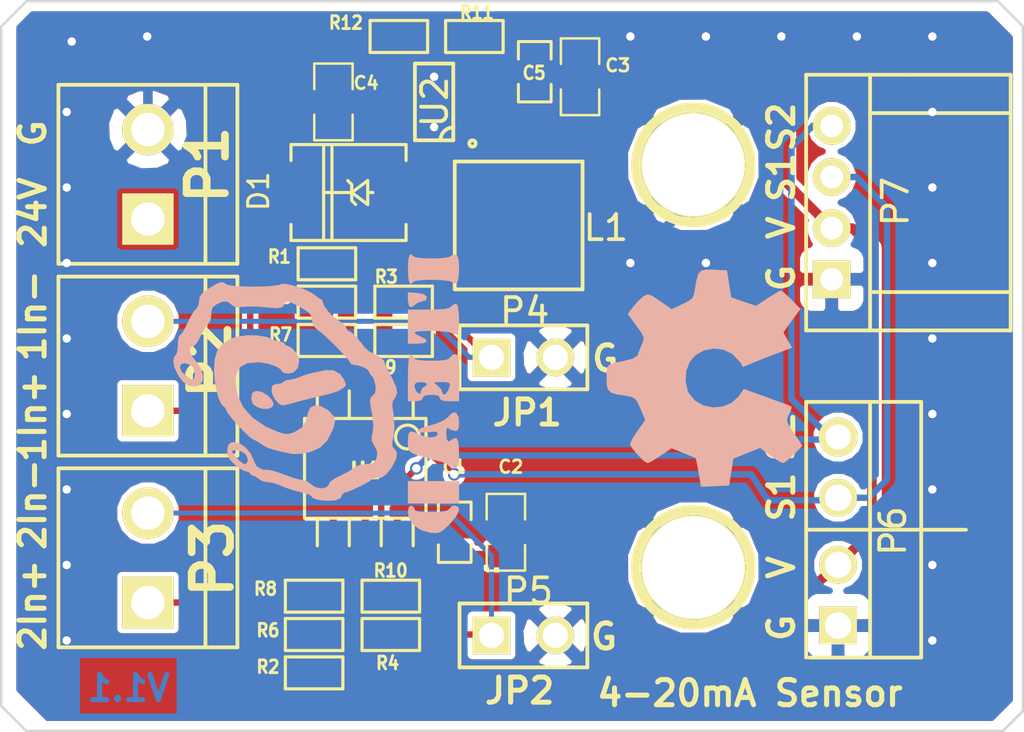
<source format=kicad_pcb>
(kicad_pcb (version 3) (host pcbnew "(2013-07-07 BZR 4022)-stable")

  (general
    (links 59)
    (no_connects 0)
    (area 11.08178 16.93885 64.999998 49.900001)
    (thickness 1.6)
    (drawings 38)
    (tracks 205)
    (zones 0)
    (modules 34)
    (nets 17)
  )

  (page A4)
  (title_block 
    (title Tute1)
  )

  (layers
    (15 F.Cu signal hide)
    (0 B.Cu signal hide)
    (16 B.Adhes user hide)
    (17 F.Adhes user hide)
    (18 B.Paste user hide)
    (19 F.Paste user hide)
    (20 B.SilkS user hide)
    (21 F.SilkS user)
    (22 B.Mask user hide)
    (23 F.Mask user hide)
    (26 Eco1.User user hide)
    (28 Edge.Cuts user)
  )

  (setup
    (last_trace_width 0.2)
    (user_trace_width 0.38)
    (trace_clearance 0.1)
    (zone_clearance 0.2)
    (zone_45_only yes)
    (trace_min 0.2)
    (segment_width 0.2)
    (edge_width 0.1)
    (via_size 0.8)
    (via_drill 0.335)
    (via_min_size 0.389)
    (via_min_drill 0.308)
    (user_via 0.5 0)
    (uvia_size 0.508)
    (uvia_drill 0.127)
    (uvias_allowed no)
    (uvia_min_size 0.508)
    (uvia_min_drill 0.127)
    (pcb_text_width 0.3)
    (pcb_text_size 1.5 1.5)
    (mod_edge_width 0.15)
    (mod_text_size 1 1)
    (mod_text_width 0.15)
    (pad_size 0.889 1.397)
    (pad_drill 0)
    (pad_to_mask_clearance 0.01)
    (aux_axis_origin 15 46)
    (visible_elements 7FFFFF9F)
    (pcbplotparams
      (layerselection 284196865)
      (usegerberextensions true)
      (excludeedgelayer true)
      (linewidth 0.150000)
      (plotframeref false)
      (viasonmask false)
      (mode 1)
      (useauxorigin false)
      (hpglpennumber 1)
      (hpglpenspeed 20)
      (hpglpendiameter 15)
      (hpglpenoverlay 2)
      (psnegative false)
      (psa4output false)
      (plotreference true)
      (plotvalue true)
      (plotothertext true)
      (plotinvisibletext false)
      (padsonsilk false)
      (subtractmaskfromsilk false)
      (outputformat 1)
      (mirror false)
      (drillshape 0)
      (scaleselection 1)
      (outputdirectory GEBER/))
  )

  (net 0 "")
  (net 1 +24V)
  (net 2 +5V)
  (net 3 AGND)
  (net 4 N-0000010)
  (net 5 N-0000011)
  (net 6 N-0000012)
  (net 7 N-0000013)
  (net 8 N-0000014)
  (net 9 N-0000015)
  (net 10 N-0000016)
  (net 11 N-0000017)
  (net 12 N-000002)
  (net 13 N-000003)
  (net 14 N-000006)
  (net 15 N-000008)
  (net 16 N-000009)

  (net_class Default "This is the default net class."
    (clearance 0.1)
    (trace_width 0.2)
    (via_dia 0.8)
    (via_drill 0.335)
    (uvia_dia 0.508)
    (uvia_drill 0.127)
    (add_net "")
    (add_net +24V)
    (add_net +5V)
    (add_net AGND)
    (add_net N-0000010)
    (add_net N-0000011)
    (add_net N-0000012)
    (add_net N-0000013)
    (add_net N-0000014)
    (add_net N-0000015)
    (add_net N-0000016)
    (add_net N-0000017)
    (add_net N-000002)
    (add_net N-000003)
    (add_net N-000006)
    (add_net N-000008)
    (add_net N-000009)
  )

  (net_class VCC ""
    (clearance 0.2)
    (trace_width 0.254)
    (via_dia 0.5)
    (via_drill 0.335)
    (uvia_dia 0.508)
    (uvia_drill 0.127)
  )

  (module MP3212 (layer F.Cu) (tedit 53F2F14F) (tstamp 53D232C7)
    (at 32.2 21 180)
    (path /53C78F3B)
    (fp_text reference U2 (at -0.025 0 270) (layer F.SilkS)
      (effects (font (size 1 1) (thickness 0.15)))
    )
    (fp_text value MP3212 (at 0 -2.032 180) (layer F.SilkS) hide
      (effects (font (size 1 1) (thickness 0.15)))
    )
    (fp_circle (center -1.524 -1.651) (end -1.524 -1.524) (layer F.SilkS) (width 0.15))
    (fp_line (start -0.762 -1.524) (end 0.762 -1.524) (layer F.SilkS) (width 0.15))
    (fp_line (start 0.762 -1.524) (end 0.762 1.524) (layer F.SilkS) (width 0.15))
    (fp_line (start 0.762 1.524) (end -0.762 1.524) (layer F.SilkS) (width 0.15))
    (fp_arc (start -0.762 -1.524) (end -0.254 -1.524) (angle 90) (layer F.SilkS) (width 0.15))
    (fp_line (start -0.762 1.524) (end -0.762 -1.524) (layer F.SilkS) (width 0.15))
    (pad 3 smd rect (at -1.524 0 180) (size 0.7 0.3)
      (layers F.Cu F.Paste F.Mask)
      (net 2 +5V)
    )
    (pad 2 smd rect (at -1.524 -0.508 180) (size 0.7 0.3)
      (layers F.Cu F.Paste F.Mask)
      (net 13 N-000003)
    )
    (pad 1 smd rect (at -1.524 -1.016 180) (size 0.7 0.3)
      (layers F.Cu F.Paste F.Mask)
      (net 3 AGND)
    )
    (pad 4 smd rect (at -1.524 0.508 180) (size 0.7 0.3)
      (layers F.Cu F.Paste F.Mask)
    )
    (pad 5 smd rect (at -1.524 1.016 180) (size 0.7 0.3)
      (layers F.Cu F.Paste F.Mask)
      (net 12 N-000002)
    )
    (pad 6 smd rect (at 1.524 1.016 180) (size 0.7 0.3)
      (layers F.Cu F.Paste F.Mask)
    )
    (pad 7 smd rect (at 1.524 0.508 180) (size 0.7 0.3)
      (layers F.Cu F.Paste F.Mask)
      (net 3 AGND)
    )
    (pad 8 smd rect (at 1.524 0 180) (size 0.7 0.3)
      (layers F.Cu F.Paste F.Mask)
      (net 3 AGND)
    )
    (pad 9 smd rect (at 1.524 -0.508 180) (size 0.7 0.3)
      (layers F.Cu F.Paste F.Mask)
      (net 1 +24V)
    )
    (pad 10 smd rect (at 1.524 -1.016 180) (size 0.7 0.3)
      (layers F.Cu F.Paste F.Mask)
      (net 14 N-000006)
    )
  )

  (module MyCon_2 (layer F.Cu) (tedit 53F2F1D6) (tstamp 53C3B06D)
    (at 35.75 42.2)
    (path /53C3AAA1)
    (fp_text reference P5 (at 0.198 -1.764) (layer F.SilkS)
      (effects (font (size 1 1) (thickness 0.15)))
    )
    (fp_text value HEADER_2 (at -0.302 2.336) (layer F.SilkS) hide
      (effects (font (size 1 1) (thickness 0.2)))
    )
    (fp_line (start -2.54 -1.27) (end 2.54 -1.27) (layer F.SilkS) (width 0.15))
    (fp_line (start 2.54 -1.27) (end 2.54 1.27) (layer F.SilkS) (width 0.15))
    (fp_line (start 2.54 1.27) (end -2.54 1.27) (layer F.SilkS) (width 0.15))
    (fp_line (start -2.54 1.27) (end -2.54 -1.27) (layer F.SilkS) (width 0.15))
    (pad 1 thru_hole rect (at -1.27 0) (size 1.5 1.5) (drill 1)
      (layers *.Cu *.Mask F.SilkS)
      (net 7 N-0000013)
    )
    (pad 2 thru_hole circle (at 1.27 0) (size 1.5 1.5) (drill 1)
      (layers *.Cu *.Mask F.SilkS)
      (net 3 AGND)
    )
  )

  (module so-8 (layer F.Cu) (tedit 53F2F220) (tstamp 53C3B09F)
    (at 29.464 35.56 180)
    (descr SO-8)
    (path /53C3942C)
    (attr smd)
    (fp_text reference U1 (at -0.011 -0.09 180) (layer F.SilkS)
      (effects (font (size 0.6 0.6) (thickness 0.14986)))
    )
    (fp_text value LMH6643 (at 0 1.016 180) (layer F.SilkS) hide
      (effects (font (size 0.7493 0.7493) (thickness 0.14986)))
    )
    (fp_line (start -2.413 -1.9812) (end -2.413 1.9812) (layer F.SilkS) (width 0.127))
    (fp_line (start -2.413 1.9812) (end 2.413 1.9812) (layer F.SilkS) (width 0.127))
    (fp_line (start 2.413 1.9812) (end 2.413 -1.9812) (layer F.SilkS) (width 0.127))
    (fp_line (start 2.413 -1.9812) (end -2.413 -1.9812) (layer F.SilkS) (width 0.127))
    (fp_line (start -1.905 -1.9812) (end -1.905 -3.0734) (layer F.SilkS) (width 0.127))
    (fp_line (start -0.635 -1.9812) (end -0.635 -3.0734) (layer F.SilkS) (width 0.127))
    (fp_line (start 0.635 -1.9812) (end 0.635 -3.0734) (layer F.SilkS) (width 0.127))
    (fp_line (start 1.905 -3.0734) (end 1.905 -1.9812) (layer F.SilkS) (width 0.127))
    (fp_line (start 1.905 1.9812) (end 1.905 3.0734) (layer F.SilkS) (width 0.127))
    (fp_line (start 0.635 3.0734) (end 0.635 1.9812) (layer F.SilkS) (width 0.127))
    (fp_line (start -0.635 3.0734) (end -0.635 1.9812) (layer F.SilkS) (width 0.127))
    (fp_line (start -1.905 3.0734) (end -1.905 1.9812) (layer F.SilkS) (width 0.127))
    (fp_circle (center -1.6764 1.2446) (end -1.9558 1.6256) (layer F.SilkS) (width 0.127))
    (pad 1 smd rect (at -1.905 2.794 180) (size 0.635 1.27)
      (layers F.Cu F.Paste F.Mask)
      (net 4 N-0000010)
    )
    (pad 2 smd rect (at -0.635 2.794 180) (size 0.635 1.27)
      (layers F.Cu F.Paste F.Mask)
      (net 5 N-0000011)
    )
    (pad 3 smd rect (at 0.635 2.794 180) (size 0.635 1.27)
      (layers F.Cu F.Paste F.Mask)
      (net 10 N-0000016)
    )
    (pad 4 smd rect (at 1.905 2.794 180) (size 0.635 1.27)
      (layers F.Cu F.Paste F.Mask)
      (net 3 AGND)
    )
    (pad 5 smd rect (at 1.905 -2.794 180) (size 0.635 1.27)
      (layers F.Cu F.Paste F.Mask)
      (net 11 N-0000017)
    )
    (pad 6 smd rect (at 0.635 -2.794 180) (size 0.635 1.27)
      (layers F.Cu F.Paste F.Mask)
      (net 15 N-000008)
    )
    (pad 7 smd rect (at -0.635 -2.794 180) (size 0.635 1.27)
      (layers F.Cu F.Paste F.Mask)
      (net 16 N-000009)
    )
    (pad 8 smd rect (at -1.905 -2.794 180) (size 0.635 1.27)
      (layers F.Cu F.Paste F.Mask)
      (net 2 +5V)
    )
    (model smd/smd_dil/so-8.wrl
      (at (xyz 0 0 0))
      (scale (xyz 1 1 1))
      (rotate (xyz 0 0 0))
    )
  )

  (module SM0603 (layer F.Cu) (tedit 53F2F1EC) (tstamp 53C3B0A9)
    (at 27.94 27.432)
    (path /53BCCBAD)
    (attr smd)
    (fp_text reference R1 (at -1.89 -0.282) (layer F.SilkS)
      (effects (font (size 0.508 0.4572) (thickness 0.1143)))
    )
    (fp_text value 100 (at -1.94 0.418) (layer F.SilkS) hide
      (effects (font (size 0.508 0.4572) (thickness 0.1143)))
    )
    (fp_line (start -1.143 -0.635) (end 1.143 -0.635) (layer F.SilkS) (width 0.127))
    (fp_line (start 1.143 -0.635) (end 1.143 0.635) (layer F.SilkS) (width 0.127))
    (fp_line (start 1.143 0.635) (end -1.143 0.635) (layer F.SilkS) (width 0.127))
    (fp_line (start -1.143 0.635) (end -1.143 -0.635) (layer F.SilkS) (width 0.127))
    (pad 1 smd rect (at -0.762 0) (size 0.635 1.143)
      (layers F.Cu F.Paste F.Mask)
      (net 9 N-0000015)
    )
    (pad 2 smd rect (at 0.762 0) (size 0.635 1.143)
      (layers F.Cu F.Paste F.Mask)
      (net 8 N-0000014)
    )
    (model smd\resistors\R0603.wrl
      (at (xyz 0 0 0.001))
      (scale (xyz 0.5 0.5 0.5))
      (rotate (xyz 0 0 0))
    )
  )

  (module SM0603 (layer F.Cu) (tedit 53F2F1E7) (tstamp 53C3B0B3)
    (at 30.988 28.956)
    (path /53BCCD71)
    (attr smd)
    (fp_text reference R3 (at -0.688 -1.006) (layer F.SilkS)
      (effects (font (size 0.508 0.4572) (thickness 0.1143)))
    )
    (fp_text value 10k (at 0.662 -1.056) (layer F.SilkS) hide
      (effects (font (size 0.508 0.4572) (thickness 0.1143)))
    )
    (fp_line (start -1.143 -0.635) (end 1.143 -0.635) (layer F.SilkS) (width 0.127))
    (fp_line (start 1.143 -0.635) (end 1.143 0.635) (layer F.SilkS) (width 0.127))
    (fp_line (start 1.143 0.635) (end -1.143 0.635) (layer F.SilkS) (width 0.127))
    (fp_line (start -1.143 0.635) (end -1.143 -0.635) (layer F.SilkS) (width 0.127))
    (pad 1 smd rect (at -0.762 0) (size 0.635 1.143)
      (layers F.Cu F.Paste F.Mask)
      (net 5 N-0000011)
    )
    (pad 2 smd rect (at 0.762 0) (size 0.635 1.143)
      (layers F.Cu F.Paste F.Mask)
      (net 8 N-0000014)
    )
    (model smd\resistors\R0603.wrl
      (at (xyz 0 0 0.001))
      (scale (xyz 0.5 0.5 0.5))
      (rotate (xyz 0 0 0))
    )
  )

  (module SM0603 (layer F.Cu) (tedit 53F2F1EF) (tstamp 53C3B0BD)
    (at 27.94 28.956 180)
    (path /53BCCD90)
    (attr smd)
    (fp_text reference R5 (at 1.84 0.206 180) (layer F.SilkS)
      (effects (font (size 0.508 0.4572) (thickness 0.1143)))
    )
    (fp_text value 10k (at 1.84 -0.494 180) (layer F.SilkS) hide
      (effects (font (size 0.508 0.4572) (thickness 0.1143)))
    )
    (fp_line (start -1.143 -0.635) (end 1.143 -0.635) (layer F.SilkS) (width 0.127))
    (fp_line (start 1.143 -0.635) (end 1.143 0.635) (layer F.SilkS) (width 0.127))
    (fp_line (start 1.143 0.635) (end -1.143 0.635) (layer F.SilkS) (width 0.127))
    (fp_line (start -1.143 0.635) (end -1.143 -0.635) (layer F.SilkS) (width 0.127))
    (pad 1 smd rect (at -0.762 0 180) (size 0.635 1.143)
      (layers F.Cu F.Paste F.Mask)
      (net 10 N-0000016)
    )
    (pad 2 smd rect (at 0.762 0 180) (size 0.635 1.143)
      (layers F.Cu F.Paste F.Mask)
      (net 9 N-0000015)
    )
    (model smd\resistors\R0603.wrl
      (at (xyz 0 0 0.001))
      (scale (xyz 0.5 0.5 0.5))
      (rotate (xyz 0 0 0))
    )
  )

  (module SM0603 (layer F.Cu) (tedit 53F2F1E9) (tstamp 53C3B0C7)
    (at 30.988 30.48)
    (path /53BDFF85)
    (attr smd)
    (fp_text reference R9 (at -0.738 1.07) (layer F.SilkS)
      (effects (font (size 0.508 0.4572) (thickness 0.1143)))
    )
    (fp_text value 20k (at 0.512 1.07) (layer F.SilkS) hide
      (effects (font (size 0.508 0.4572) (thickness 0.1143)))
    )
    (fp_line (start -1.143 -0.635) (end 1.143 -0.635) (layer F.SilkS) (width 0.127))
    (fp_line (start 1.143 -0.635) (end 1.143 0.635) (layer F.SilkS) (width 0.127))
    (fp_line (start 1.143 0.635) (end -1.143 0.635) (layer F.SilkS) (width 0.127))
    (fp_line (start -1.143 0.635) (end -1.143 -0.635) (layer F.SilkS) (width 0.127))
    (pad 1 smd rect (at -0.762 0) (size 0.635 1.143)
      (layers F.Cu F.Paste F.Mask)
      (net 5 N-0000011)
    )
    (pad 2 smd rect (at 0.762 0) (size 0.635 1.143)
      (layers F.Cu F.Paste F.Mask)
      (net 4 N-0000010)
    )
    (model smd\resistors\R0603.wrl
      (at (xyz 0 0 0.001))
      (scale (xyz 0.5 0.5 0.5))
      (rotate (xyz 0 0 0))
    )
  )

  (module SM0603 (layer F.Cu) (tedit 53F2F1F2) (tstamp 53C3B0D1)
    (at 27.94 30.48 180)
    (path /53C3A29E)
    (attr smd)
    (fp_text reference R7 (at 1.84 0.23 180) (layer F.SilkS)
      (effects (font (size 0.508 0.4572) (thickness 0.1143)))
    )
    (fp_text value 20k (at 1.89 -0.47 180) (layer F.SilkS) hide
      (effects (font (size 0.508 0.4572) (thickness 0.1143)))
    )
    (fp_line (start -1.143 -0.635) (end 1.143 -0.635) (layer F.SilkS) (width 0.127))
    (fp_line (start 1.143 -0.635) (end 1.143 0.635) (layer F.SilkS) (width 0.127))
    (fp_line (start 1.143 0.635) (end -1.143 0.635) (layer F.SilkS) (width 0.127))
    (fp_line (start -1.143 0.635) (end -1.143 -0.635) (layer F.SilkS) (width 0.127))
    (pad 1 smd rect (at -0.762 0 180) (size 0.635 1.143)
      (layers F.Cu F.Paste F.Mask)
      (net 10 N-0000016)
    )
    (pad 2 smd rect (at 0.762 0 180) (size 0.635 1.143)
      (layers F.Cu F.Paste F.Mask)
      (net 3 AGND)
    )
    (model smd\resistors\R0603.wrl
      (at (xyz 0 0 0.001))
      (scale (xyz 0.5 0.5 0.5))
      (rotate (xyz 0 0 0))
    )
  )

  (module SM0603 (layer F.Cu) (tedit 53F2F1C8) (tstamp 53C3B0DB)
    (at 27.432 43.688)
    (path /53C3AA7A)
    (attr smd)
    (fp_text reference R2 (at -1.832 -0.238) (layer F.SilkS)
      (effects (font (size 0.508 0.4572) (thickness 0.1143)))
    )
    (fp_text value 100 (at -1.932 0.412) (layer F.SilkS) hide
      (effects (font (size 0.508 0.4572) (thickness 0.1143)))
    )
    (fp_line (start -1.143 -0.635) (end 1.143 -0.635) (layer F.SilkS) (width 0.127))
    (fp_line (start 1.143 -0.635) (end 1.143 0.635) (layer F.SilkS) (width 0.127))
    (fp_line (start 1.143 0.635) (end -1.143 0.635) (layer F.SilkS) (width 0.127))
    (fp_line (start -1.143 0.635) (end -1.143 -0.635) (layer F.SilkS) (width 0.127))
    (pad 1 smd rect (at -0.762 0) (size 0.635 1.143)
      (layers F.Cu F.Paste F.Mask)
      (net 6 N-0000012)
    )
    (pad 2 smd rect (at 0.762 0) (size 0.635 1.143)
      (layers F.Cu F.Paste F.Mask)
      (net 7 N-0000013)
    )
    (model smd\resistors\R0603.wrl
      (at (xyz 0 0 0.001))
      (scale (xyz 0.5 0.5 0.5))
      (rotate (xyz 0 0 0))
    )
  )

  (module SM0603 (layer F.Cu) (tedit 53F2F1CB) (tstamp 53C3B0E5)
    (at 30.48 42.164)
    (path /53C3AA80)
    (attr smd)
    (fp_text reference R4 (at -0.13 1.136) (layer F.SilkS)
      (effects (font (size 0.508 0.4572) (thickness 0.1143)))
    )
    (fp_text value 10k (at -0.18 1.836) (layer F.SilkS) hide
      (effects (font (size 0.508 0.4572) (thickness 0.1143)))
    )
    (fp_line (start -1.143 -0.635) (end 1.143 -0.635) (layer F.SilkS) (width 0.127))
    (fp_line (start 1.143 -0.635) (end 1.143 0.635) (layer F.SilkS) (width 0.127))
    (fp_line (start 1.143 0.635) (end -1.143 0.635) (layer F.SilkS) (width 0.127))
    (fp_line (start -1.143 0.635) (end -1.143 -0.635) (layer F.SilkS) (width 0.127))
    (pad 1 smd rect (at -0.762 0) (size 0.635 1.143)
      (layers F.Cu F.Paste F.Mask)
      (net 15 N-000008)
    )
    (pad 2 smd rect (at 0.762 0) (size 0.635 1.143)
      (layers F.Cu F.Paste F.Mask)
      (net 7 N-0000013)
    )
    (model smd\resistors\R0603.wrl
      (at (xyz 0 0 0.001))
      (scale (xyz 0.5 0.5 0.5))
      (rotate (xyz 0 0 0))
    )
  )

  (module SM0603 (layer F.Cu) (tedit 53F2F1C5) (tstamp 53C3B0EF)
    (at 27.432 42.164 180)
    (path /53C3AA86)
    (attr smd)
    (fp_text reference R6 (at 1.832 0.164 180) (layer F.SilkS)
      (effects (font (size 0.508 0.4572) (thickness 0.1143)))
    )
    (fp_text value 10k (at 1.882 -0.486 180) (layer F.SilkS) hide
      (effects (font (size 0.508 0.4572) (thickness 0.1143)))
    )
    (fp_line (start -1.143 -0.635) (end 1.143 -0.635) (layer F.SilkS) (width 0.127))
    (fp_line (start 1.143 -0.635) (end 1.143 0.635) (layer F.SilkS) (width 0.127))
    (fp_line (start 1.143 0.635) (end -1.143 0.635) (layer F.SilkS) (width 0.127))
    (fp_line (start -1.143 0.635) (end -1.143 -0.635) (layer F.SilkS) (width 0.127))
    (pad 1 smd rect (at -0.762 0 180) (size 0.635 1.143)
      (layers F.Cu F.Paste F.Mask)
      (net 11 N-0000017)
    )
    (pad 2 smd rect (at 0.762 0 180) (size 0.635 1.143)
      (layers F.Cu F.Paste F.Mask)
      (net 6 N-0000012)
    )
    (model smd\resistors\R0603.wrl
      (at (xyz 0 0 0.001))
      (scale (xyz 0.5 0.5 0.5))
      (rotate (xyz 0 0 0))
    )
  )

  (module SM0603 (layer F.Cu) (tedit 53F2F226) (tstamp 53C3B0F9)
    (at 30.48 40.64)
    (path /53C3AA94)
    (attr smd)
    (fp_text reference R10 (at -0.005 -1.015) (layer F.SilkS)
      (effects (font (size 0.508 0.4572) (thickness 0.1143)))
    )
    (fp_text value 20k (at 2.02 -0.14) (layer F.SilkS) hide
      (effects (font (size 0.508 0.4572) (thickness 0.1143)))
    )
    (fp_line (start -1.143 -0.635) (end 1.143 -0.635) (layer F.SilkS) (width 0.127))
    (fp_line (start 1.143 -0.635) (end 1.143 0.635) (layer F.SilkS) (width 0.127))
    (fp_line (start 1.143 0.635) (end -1.143 0.635) (layer F.SilkS) (width 0.127))
    (fp_line (start -1.143 0.635) (end -1.143 -0.635) (layer F.SilkS) (width 0.127))
    (pad 1 smd rect (at -0.762 0) (size 0.635 1.143)
      (layers F.Cu F.Paste F.Mask)
      (net 15 N-000008)
    )
    (pad 2 smd rect (at 0.762 0) (size 0.635 1.143)
      (layers F.Cu F.Paste F.Mask)
      (net 16 N-000009)
    )
    (model smd\resistors\R0603.wrl
      (at (xyz 0 0 0.001))
      (scale (xyz 0.5 0.5 0.5))
      (rotate (xyz 0 0 0))
    )
  )

  (module SM0603 (layer F.Cu) (tedit 53F2F1C3) (tstamp 53C3B103)
    (at 27.432 40.64 180)
    (path /53C3AAA8)
    (attr smd)
    (fp_text reference R8 (at 1.932 0.29 180) (layer F.SilkS)
      (effects (font (size 0.508 0.4572) (thickness 0.1143)))
    )
    (fp_text value 20k (at 1.932 -0.51 180) (layer F.SilkS) hide
      (effects (font (size 0.508 0.4572) (thickness 0.1143)))
    )
    (fp_line (start -1.143 -0.635) (end 1.143 -0.635) (layer F.SilkS) (width 0.127))
    (fp_line (start 1.143 -0.635) (end 1.143 0.635) (layer F.SilkS) (width 0.127))
    (fp_line (start 1.143 0.635) (end -1.143 0.635) (layer F.SilkS) (width 0.127))
    (fp_line (start -1.143 0.635) (end -1.143 -0.635) (layer F.SilkS) (width 0.127))
    (pad 1 smd rect (at -0.762 0 180) (size 0.635 1.143)
      (layers F.Cu F.Paste F.Mask)
      (net 11 N-0000017)
    )
    (pad 2 smd rect (at 0.762 0 180) (size 0.635 1.143)
      (layers F.Cu F.Paste F.Mask)
      (net 3 AGND)
    )
    (model smd\resistors\R0603.wrl
      (at (xyz 0 0 0.001))
      (scale (xyz 0.5 0.5 0.5))
      (rotate (xyz 0 0 0))
    )
  )

  (module MyCon_2 (layer F.Cu) (tedit 53F2FD88) (tstamp 53C3B10D)
    (at 35.75 31.15)
    (path /53C39AD1)
    (fp_text reference P4 (at 0.05 -1.85) (layer F.SilkS)
      (effects (font (size 1 1) (thickness 0.15)))
    )
    (fp_text value HEADER_2 (at 0 2.25) (layer F.SilkS) hide
      (effects (font (size 1 1) (thickness 0.2)))
    )
    (fp_line (start -2.54 -1.27) (end 2.54 -1.27) (layer F.SilkS) (width 0.15))
    (fp_line (start 2.54 -1.27) (end 2.54 1.27) (layer F.SilkS) (width 0.15))
    (fp_line (start 2.54 1.27) (end -2.54 1.27) (layer F.SilkS) (width 0.15))
    (fp_line (start -2.54 1.27) (end -2.54 -1.27) (layer F.SilkS) (width 0.15))
    (pad 1 thru_hole rect (at -1.27 0) (size 1.5 1.5) (drill 1)
      (layers *.Cu *.Mask F.SilkS)
      (net 8 N-0000014)
    )
    (pad 2 thru_hole circle (at 1.27 0) (size 1.5 1.5) (drill 1)
      (layers *.Cu *.Mask F.SilkS)
      (net 3 AGND)
    )
  )

  (module u_CONN4 (layer F.Cu) (tedit 53F2F1DD) (tstamp 53CA15A2)
    (at 48 25 270)
    (path /53C798B7)
    (fp_text reference P7 (at -0.042 -2.53 270) (layer F.SilkS)
      (effects (font (size 1 1) (thickness 0.15)))
    )
    (fp_text value UCONN_4 (at 0 -5.588 270) (layer F.SilkS) hide
      (effects (font (size 1 1) (thickness 0.15)))
    )
    (fp_line (start 3.556 -7.112) (end 3.556 -1.524) (layer F.SilkS) (width 0.15))
    (fp_line (start -3.556 -7.112) (end -3.556 -1.524) (layer F.SilkS) (width 0.15))
    (fp_line (start -5.08 -3.048) (end -5.08 -7.112) (layer F.SilkS) (width 0.15))
    (fp_line (start 5.08 -3.048) (end 5.08 -7.112) (layer F.SilkS) (width 0.15))
    (fp_line (start -5.08 -1.524) (end 5.08 -1.524) (layer F.SilkS) (width 0.15))
    (fp_line (start 4.572 1.016) (end 5.08 1.016) (layer F.SilkS) (width 0.15))
    (fp_line (start 4.572 -7.112) (end 5.08 -7.112) (layer F.SilkS) (width 0.15))
    (fp_line (start -5.08 -3.048) (end -5.08 1.016) (layer F.SilkS) (width 0.15))
    (fp_line (start -5.08 1.016) (end 4.572 1.016) (layer F.SilkS) (width 0.15))
    (fp_line (start 5.08 1.016) (end 5.08 -3.048) (layer F.SilkS) (width 0.15))
    (fp_line (start 4.572 -7.112) (end -5.08 -7.112) (layer F.SilkS) (width 0.15))
    (pad 1 thru_hole rect (at 3.048 0 270) (size 1.5 1.5) (drill 0.9)
      (layers *.Cu *.Mask F.SilkS)
      (net 3 AGND)
    )
    (pad 2 thru_hole circle (at 1.016 0 270) (size 1.5 1.5) (drill 0.9)
      (layers *.Cu *.Mask F.SilkS)
      (net 2 +5V)
    )
    (pad 3 thru_hole circle (at -1.016 0 270) (size 1.5 1.5) (drill 0.9)
      (layers *.Cu *.Mask F.SilkS)
      (net 4 N-0000010)
    )
    (pad 4 thru_hole circle (at -3.048 0 270) (size 1.5 1.5) (drill 0.9)
      (layers *.Cu *.Mask F.SilkS)
      (net 16 N-000009)
    )
  )

  (module SM0603_Capa (layer F.Cu) (tedit 53F2F218) (tstamp 53C3B3B1)
    (at 33.02 38.1 90)
    (path /53C3B517)
    (attr smd)
    (fp_text reference C1 (at 2.6 -0.02 180) (layer F.SilkS)
      (effects (font (size 0.508 0.4572) (thickness 0.1143)))
    )
    (fp_text value 103 (at 1.65 -0.02 180) (layer F.SilkS) hide
      (effects (font (size 0.508 0.4572) (thickness 0.1143)))
    )
    (fp_line (start 0.50038 0.65024) (end 1.19888 0.65024) (layer F.SilkS) (width 0.11938))
    (fp_line (start -0.50038 0.65024) (end -1.19888 0.65024) (layer F.SilkS) (width 0.11938))
    (fp_line (start 0.50038 -0.65024) (end 1.19888 -0.65024) (layer F.SilkS) (width 0.11938))
    (fp_line (start -1.19888 -0.65024) (end -0.50038 -0.65024) (layer F.SilkS) (width 0.11938))
    (fp_line (start 1.19888 -0.635) (end 1.19888 0.635) (layer F.SilkS) (width 0.11938))
    (fp_line (start -1.19888 0.635) (end -1.19888 -0.635) (layer F.SilkS) (width 0.11938))
    (pad 1 smd rect (at -0.762 0 90) (size 0.635 1.143)
      (layers F.Cu F.Paste F.Mask)
      (net 2 +5V)
    )
    (pad 2 smd rect (at 0.762 0 90) (size 0.635 1.143)
      (layers F.Cu F.Paste F.Mask)
      (net 3 AGND)
    )
    (model smd\capacitors\C0603.wrl
      (at (xyz 0 0 0.001))
      (scale (xyz 0.5 0.5 0.5))
      (rotate (xyz 0 0 0))
    )
  )

  (module Pin4*1_V (layer F.Cu) (tedit 53F2F1DA) (tstamp 53C3B059)
    (at 48 38 90)
    (path /53C798B1)
    (fp_text reference P6 (at -0.05 2.43 90) (layer F.SilkS)
      (effects (font (size 1 1) (thickness 0.15)))
    )
    (fp_text value CONN_4 (at 0 -2.032 90) (layer F.SilkS) hide
      (effects (font (size 1 1) (thickness 0.15)))
    )
    (fp_line (start 0 -1.016) (end 0 5.334) (layer F.SilkS) (width 0.15))
    (fp_line (start -5.08 3.556) (end 5.08 3.556) (layer F.SilkS) (width 0.15))
    (fp_line (start -5.08 1.524) (end 5.08 1.524) (layer F.SilkS) (width 0.15))
    (fp_line (start -5.08 -1.016) (end 4.572 -1.016) (layer F.SilkS) (width 0.15))
    (fp_line (start -5.08 -0.889) (end -5.08 1.651) (layer F.SilkS) (width 0.15))
    (fp_line (start 5.08 -1.016) (end 5.08 1.524) (layer F.SilkS) (width 0.15))
    (fp_line (start -5.08 1.524) (end -5.08 3.556) (layer F.SilkS) (width 0.15))
    (fp_line (start 5.08 3.556) (end 5.08 1.524) (layer F.SilkS) (width 0.15))
    (fp_line (start 4.572 -1.016) (end 5.08 -1.016) (layer F.SilkS) (width 0.15))
    (pad 2 thru_hole circle (at -1.397 0.254 90) (size 1.5 1.5) (drill 1.048)
      (layers *.Cu *.Mask F.SilkS)
      (net 2 +5V)
    )
    (pad 1 thru_hole rect (at -3.81 0.254 90) (size 1.5 1.5) (drill 1.048)
      (layers *.Cu *.Mask F.SilkS)
      (net 3 AGND)
    )
    (pad 3 thru_hole circle (at 1.27 0.254 90) (size 1.5 1.5) (drill 1.048)
      (layers *.Cu *.Mask F.SilkS)
      (net 4 N-0000010)
    )
    (pad 4 thru_hole circle (at 3.683 0.254 90) (size 1.542 1.542) (drill 1)
      (layers *.Cu *.Mask F.SilkS)
      (net 16 N-000009)
    )
  )

  (module SM0603_Capa (layer F.Cu) (tedit 53F2F235) (tstamp 53C79A38)
    (at 36.2 19.8 270)
    (path /53C76F62)
    (attr smd)
    (fp_text reference C5 (at 0.05 0.025 360) (layer F.SilkS)
      (effects (font (size 0.508 0.4572) (thickness 0.1143)))
    )
    (fp_text value 0.1u (at 0.922 1.544 360) (layer F.SilkS) hide
      (effects (font (size 0.508 0.4572) (thickness 0.1143)))
    )
    (fp_line (start 0.50038 0.65024) (end 1.19888 0.65024) (layer F.SilkS) (width 0.11938))
    (fp_line (start -0.50038 0.65024) (end -1.19888 0.65024) (layer F.SilkS) (width 0.11938))
    (fp_line (start 0.50038 -0.65024) (end 1.19888 -0.65024) (layer F.SilkS) (width 0.11938))
    (fp_line (start -1.19888 -0.65024) (end -0.50038 -0.65024) (layer F.SilkS) (width 0.11938))
    (fp_line (start 1.19888 -0.635) (end 1.19888 0.635) (layer F.SilkS) (width 0.11938))
    (fp_line (start -1.19888 0.635) (end -1.19888 -0.635) (layer F.SilkS) (width 0.11938))
    (pad 1 smd rect (at -0.762 0 270) (size 0.635 1.143)
      (layers F.Cu F.Paste F.Mask)
      (net 3 AGND)
    )
    (pad 2 smd rect (at 0.762 0 270) (size 0.635 1.143)
      (layers F.Cu F.Paste F.Mask)
      (net 2 +5V)
    )
    (model smd\capacitors\C0603.wrl
      (at (xyz 0 0 0.001))
      (scale (xyz 0.5 0.5 0.5))
      (rotate (xyz 0 0 0))
    )
  )

  (module SM0603 (layer F.Cu) (tedit 53F2F231) (tstamp 53C79A42)
    (at 33.8 18.4)
    (path /53C749EB)
    (attr smd)
    (fp_text reference R11 (at 0.1 -0.95) (layer F.SilkS)
      (effects (font (size 0.508 0.4572) (thickness 0.1143)))
    )
    (fp_text value 3.3k (at 2.138 0.004) (layer F.SilkS) hide
      (effects (font (size 0.508 0.4572) (thickness 0.1143)))
    )
    (fp_line (start -1.143 -0.635) (end 1.143 -0.635) (layer F.SilkS) (width 0.127))
    (fp_line (start 1.143 -0.635) (end 1.143 0.635) (layer F.SilkS) (width 0.127))
    (fp_line (start 1.143 0.635) (end -1.143 0.635) (layer F.SilkS) (width 0.127))
    (fp_line (start -1.143 0.635) (end -1.143 -0.635) (layer F.SilkS) (width 0.127))
    (pad 1 smd rect (at -0.762 0) (size 0.635 1.143)
      (layers F.Cu F.Paste F.Mask)
      (net 12 N-000002)
    )
    (pad 2 smd rect (at 0.762 0) (size 0.635 1.143)
      (layers F.Cu F.Paste F.Mask)
      (net 3 AGND)
    )
    (model smd\resistors\R0603.wrl
      (at (xyz 0 0 0.001))
      (scale (xyz 0.5 0.5 0.5))
      (rotate (xyz 0 0 0))
    )
  )

  (module SM0603 (layer F.Cu) (tedit 53F2F121) (tstamp 53C79A4C)
    (at 30.8 18.4)
    (path /53C749FD)
    (attr smd)
    (fp_text reference R12 (at -2.106 -0.546) (layer F.SilkS)
      (effects (font (size 0.508 0.4572) (thickness 0.1143)))
    )
    (fp_text value 62k (at -2.056 0.204) (layer F.SilkS) hide
      (effects (font (size 0.508 0.4572) (thickness 0.1143)))
    )
    (fp_line (start -1.143 -0.635) (end 1.143 -0.635) (layer F.SilkS) (width 0.127))
    (fp_line (start 1.143 -0.635) (end 1.143 0.635) (layer F.SilkS) (width 0.127))
    (fp_line (start 1.143 0.635) (end -1.143 0.635) (layer F.SilkS) (width 0.127))
    (fp_line (start -1.143 0.635) (end -1.143 -0.635) (layer F.SilkS) (width 0.127))
    (pad 1 smd rect (at -0.762 0) (size 0.635 1.143)
      (layers F.Cu F.Paste F.Mask)
      (net 1 +24V)
    )
    (pad 2 smd rect (at 0.762 0) (size 0.635 1.143)
      (layers F.Cu F.Paste F.Mask)
      (net 12 N-000002)
    )
    (model smd\resistors\R0603.wrl
      (at (xyz 0 0 0.001))
      (scale (xyz 0.5 0.5 0.5))
      (rotate (xyz 0 0 0))
    )
  )

  (module L5.2*5.2 (layer F.Cu) (tedit 53F2F22C) (tstamp 53C79A69)
    (at 35.56 25.908 180)
    (path /53C74B60)
    (fp_text reference L1 (at -3.465 -0.092 180) (layer F.SilkS)
      (effects (font (size 1 1) (thickness 0.15)))
    )
    (fp_text value 10uH (at 0.144 -0.25 180) (layer F.SilkS) hide
      (effects (font (size 1 1) (thickness 0.15)))
    )
    (fp_line (start -2.54 -2.54) (end 2.54 -2.54) (layer F.SilkS) (width 0.15))
    (fp_line (start 2.54 -2.54) (end 2.54 2.54) (layer F.SilkS) (width 0.15))
    (fp_line (start 2.54 2.54) (end -2.54 2.54) (layer F.SilkS) (width 0.15))
    (fp_line (start -2.54 2.54) (end -2.54 -2.54) (layer F.SilkS) (width 0.15))
    (pad 1 smd rect (at -1.524 0 180) (size 1.84 4.54)
      (layers F.Cu F.Paste F.Mask)
      (net 13 N-000003)
    )
    (pad 2 smd rect (at 1.524 0 180) (size 1.84 4.54)
      (layers F.Cu F.Paste F.Mask)
      (net 14 N-000006)
    )
  )

  (module "DO-214AC(SMA)" (layer F.Cu) (tedit 53F2F1FE) (tstamp 53C79A81)
    (at 28.8 24.6 180)
    (descr "DO-214AC (SMA)  PACKAGE.")
    (tags "DO-214AC SMA")
    (path /53C75850)
    (attr smd)
    (fp_text reference D1 (at 3.575 0.05 270) (layer F.SilkS)
      (effects (font (size 0.8 0.8) (thickness 0.11938)))
    )
    (fp_text value 1N5819 (at 3.248 0.342 270) (layer F.SilkS) hide
      (effects (font (size 0.8 0.8) (thickness 0.11938)))
    )
    (fp_line (start -0.762 0) (end -0.9652 0) (layer F.SilkS) (width 0.127))
    (fp_line (start -2.286 -1.905) (end 2.286 -1.905) (layer F.SilkS) (width 0.127))
    (fp_line (start 2.286 -1.905) (end 2.286 -1.27) (layer F.SilkS) (width 0.127))
    (fp_line (start 0.6604 1.905) (end 0.6604 -1.905) (layer F.SilkS) (width 0.127))
    (fp_line (start 0.9906 1.905) (end 0.9906 -1.905) (layer F.SilkS) (width 0.127))
    (fp_line (start -2.286 1.27) (end -2.286 1.905) (layer F.SilkS) (width 0.127))
    (fp_line (start -2.286 1.905) (end 2.286 1.905) (layer F.SilkS) (width 0.127))
    (fp_line (start 2.286 1.905) (end 2.286 1.27) (layer F.SilkS) (width 0.127))
    (fp_line (start -2.286 -1.27) (end -2.286 -1.905) (layer F.SilkS) (width 0.127))
    (fp_line (start -0.127 0) (end -0.762 -0.47498) (layer F.SilkS) (width 0.127))
    (fp_line (start -0.762 -0.47498) (end -0.762 0) (layer F.SilkS) (width 0.127))
    (fp_line (start -0.762 0) (end -0.762 0.47498) (layer F.SilkS) (width 0.127))
    (fp_line (start -0.762 0.47498) (end -0.127 0) (layer F.SilkS) (width 0.127))
    (fp_line (start -0.127 0) (end -0.127 -0.3175) (layer F.SilkS) (width 0.127))
    (fp_line (start -0.127 -0.3175) (end -0.28448 -0.47498) (layer F.SilkS) (width 0.127))
    (fp_line (start -0.127 0) (end -0.127 0.3175) (layer F.SilkS) (width 0.127))
    (fp_line (start -0.127 0.3175) (end 0.03048 0.47498) (layer F.SilkS) (width 0.127))
    (fp_line (start -0.127 0) (end 0.98298 0) (layer F.SilkS) (width 0.127))
    (pad 1 smd rect (at -1.89992 0 180) (size 1.6002 2.19964)
      (layers F.Cu F.Paste F.Mask)
      (net 14 N-000006)
    )
    (pad 2 smd rect (at 1.89992 0 180) (size 1.6002 2.19964)
      (layers F.Cu F.Paste F.Mask)
      (net 1 +24V)
    )
    (model smd/do214.wrl
      (at (xyz 0 0 0))
      (scale (xyz 0.95 0.95 0.95))
      (rotate (xyz 0 0 0))
    )
  )

  (module bornier2_3.5 (layer F.Cu) (tedit 53F2F1C0) (tstamp 53C3B118)
    (at 20.828 31.496 90)
    (descr "Bornier d'alimentation 2 pins")
    (tags DEV)
    (path /53BDF514)
    (fp_text reference P2 (at 0.246 2.472 90) (layer F.SilkS)
      (effects (font (size 1.524 1.524) (thickness 0.3048)))
    )
    (fp_text value CONN_2 (at 0.821 -2.278 90) (layer F.SilkS) hide
      (effects (font (size 1.524 1.524) (thickness 0.3048)))
    )
    (fp_line (start -3.556 2.286) (end 3.556 2.286) (layer F.SilkS) (width 0.15))
    (fp_line (start -3.556 3.556) (end 3.556 3.556) (layer F.SilkS) (width 0.15))
    (fp_line (start -3.556 -3.556) (end 3.556 -3.556) (layer F.SilkS) (width 0.15))
    (fp_line (start -3.556 3.556) (end -3.556 2.286) (layer F.SilkS) (width 0.15))
    (fp_line (start 3.556 -3.556) (end 3.556 3.556) (layer F.SilkS) (width 0.15))
    (fp_line (start -3.556 -3.556) (end -3.556 2.286) (layer F.SilkS) (width 0.15))
    (pad 1 thru_hole rect (at -1.778 0 90) (size 2.04 2.04) (drill 1.324)
      (layers *.Cu *.Mask F.SilkS)
      (net 9 N-0000015)
    )
    (pad 2 thru_hole circle (at 1.778 0 90) (size 2.04 2.04) (drill 1.324)
      (layers *.Cu *.Mask F.SilkS)
      (net 8 N-0000014)
    )
    (model device/bornier_2.wrl
      (at (xyz 0 0 0))
      (scale (xyz 1 1 1))
      (rotate (xyz 0 0 0))
    )
  )

  (module bornier2_3.5 (layer F.Cu) (tedit 53F2F1BE) (tstamp 53C3B123)
    (at 20.828 39.116 90)
    (descr "Bornier d'alimentation 2 pins")
    (tags DEV)
    (path /53C3AA8C)
    (fp_text reference P3 (at -0.034 2.572 90) (layer F.SilkS)
      (effects (font (size 1.524 1.524) (thickness 0.3048)))
    )
    (fp_text value CONN_2 (at -0.334 -2.303 90) (layer F.SilkS) hide
      (effects (font (size 1.524 1.524) (thickness 0.3048)))
    )
    (fp_line (start -3.556 2.286) (end 3.556 2.286) (layer F.SilkS) (width 0.15))
    (fp_line (start -3.556 3.556) (end 3.556 3.556) (layer F.SilkS) (width 0.15))
    (fp_line (start -3.556 -3.556) (end 3.556 -3.556) (layer F.SilkS) (width 0.15))
    (fp_line (start -3.556 3.556) (end -3.556 2.286) (layer F.SilkS) (width 0.15))
    (fp_line (start 3.556 -3.556) (end 3.556 3.556) (layer F.SilkS) (width 0.15))
    (fp_line (start -3.556 -3.556) (end -3.556 2.286) (layer F.SilkS) (width 0.15))
    (pad 1 thru_hole rect (at -1.778 0 90) (size 2.04 2.04) (drill 1.324)
      (layers *.Cu *.Mask F.SilkS)
      (net 6 N-0000012)
    )
    (pad 2 thru_hole circle (at 1.778 0 90) (size 2.04 2.04) (drill 1.324)
      (layers *.Cu *.Mask F.SilkS)
      (net 7 N-0000013)
    )
    (model device/bornier_2.wrl
      (at (xyz 0 0 0))
      (scale (xyz 1 1 1))
      (rotate (xyz 0 0 0))
    )
  )

  (module bornier2_3.5 (layer F.Cu) (tedit 53F2F19F) (tstamp 53C3B12E)
    (at 20.828 23.876 90)
    (descr "Bornier d'alimentation 2 pins")
    (tags DEV)
    (path /53C3B369)
    (fp_text reference P1 (at 0.376 2.372 90) (layer F.SilkS)
      (effects (font (size 1.524 1.524) (thickness 0.3048)))
    )
    (fp_text value CONN_2 (at 0.151 -2.228 90) (layer F.SilkS) hide
      (effects (font (size 1.524 1.524) (thickness 0.3048)))
    )
    (fp_line (start -3.556 2.286) (end 3.556 2.286) (layer F.SilkS) (width 0.15))
    (fp_line (start -3.556 3.556) (end 3.556 3.556) (layer F.SilkS) (width 0.15))
    (fp_line (start -3.556 -3.556) (end 3.556 -3.556) (layer F.SilkS) (width 0.15))
    (fp_line (start -3.556 3.556) (end -3.556 2.286) (layer F.SilkS) (width 0.15))
    (fp_line (start 3.556 -3.556) (end 3.556 3.556) (layer F.SilkS) (width 0.15))
    (fp_line (start -3.556 -3.556) (end -3.556 2.286) (layer F.SilkS) (width 0.15))
    (pad 1 thru_hole rect (at -1.778 0 90) (size 2.04 2.04) (drill 1.324)
      (layers *.Cu *.Mask F.SilkS)
      (net 1 +24V)
    )
    (pad 2 thru_hole circle (at 1.778 0 90) (size 2.04 2.04) (drill 1.324)
      (layers *.Cu *.Mask F.SilkS)
      (net 3 AGND)
    )
    (model device/bornier_2.wrl
      (at (xyz 0 0 0))
      (scale (xyz 1 1 1))
      (rotate (xyz 0 0 0))
    )
  )

  (module 1pin (layer F.Cu) (tedit 53C9E91D) (tstamp 53C7DD09)
    (at 42.5 23.5)
    (descr "module 1 pin (ou trou mecanique de percage)")
    (tags DEV)
    (path 1pin)
    (fp_text reference "" (at 0 -3.048) (layer F.SilkS)
      (effects (font (size 1.016 1.016) (thickness 0.254)))
    )
    (fp_text value P*** (at 0 2.794) (layer F.SilkS) hide
      (effects (font (size 1.016 1.016) (thickness 0.254)))
    )
    (fp_circle (center 0 0) (end 0 -2.286) (layer F.SilkS) (width 0.381))
    (pad 1 thru_hole circle (at 0 0) (size 4.164 4.164) (drill 4.048)
      (layers *.Cu *.Mask F.SilkS)
      (net 3 AGND)
    )
  )

  (module 1pin (layer F.Cu) (tedit 53C9E927) (tstamp 53C7ED07)
    (at 42.5 39.5)
    (descr "module 1 pin (ou trou mecanique de percage)")
    (tags DEV)
    (path 1pin)
    (fp_text reference "" (at 0 -3.048) (layer F.SilkS)
      (effects (font (size 1.016 1.016) (thickness 0.254)))
    )
    (fp_text value P*** (at 0 2.794) (layer F.SilkS) hide
      (effects (font (size 1.016 1.016) (thickness 0.254)))
    )
    (fp_circle (center 0 0) (end 0 -2.286) (layer F.SilkS) (width 0.381))
    (pad 1 thru_hole circle (at 0 0) (size 4.164 4.164) (drill 4.048)
      (layers *.Cu *.Mask F.SilkS)
      (net 3 AGND)
    )
  )

  (module pad (layer F.Cu) (tedit 53D1B2A8) (tstamp 53CA14C6)
    (at 32.2 21)
    (fp_text reference "" (at 0 1.524) (layer F.SilkS)
      (effects (font (size 1 1) (thickness 0.15)))
    )
    (fp_text value "" (at 0 -0.762) (layer F.SilkS)
      (effects (font (size 1 1) (thickness 0.15)))
    )
    (pad "" smd rect (at 0 0) (size 1.27 1.9652)
      (layers F.Cu F.Paste F.Mask)
      (net 3 AGND)
    )
  )

  (module pad (layer F.Cu) (tedit 53D1B292) (tstamp 53CA14E4)
    (at 31 22.25)
    (fp_text reference "" (at 0 1.524) (layer F.SilkS)
      (effects (font (size 1 1) (thickness 0.15)))
    )
    (fp_text value "" (at 0 -0.762) (layer F.SilkS)
      (effects (font (size 1 1) (thickness 0.15)))
    )
  )

  (module LOGO (layer B.Cu) (tedit 0) (tstamp 53D1E69E)
    (at 26.25 34.5 90)
    (fp_text reference G*** (at 0 -14.05382 90) (layer B.SilkS) hide
      (effects (font (size 1.524 1.524) (thickness 0.3048)) (justify mirror))
    )
    (fp_text value LOGO (at 0 14.05382 90) (layer B.SilkS) hide
      (effects (font (size 1.524 1.524) (thickness 0.3048)) (justify mirror))
    )
    (fp_poly (pts (xy -2.54 6.7691) (xy -2.59334 6.91388) (xy -2.73558 6.93674) (xy -2.9464 6.84022)
      (xy -3.21056 6.63194) (xy -3.28422 6.56082) (xy -3.48996 6.34492) (xy -3.59918 6.18744)
      (xy -3.63474 6.02996) (xy -3.62458 5.82168) (xy -3.62204 5.8039) (xy -3.5179 5.43306)
      (xy -3.3147 5.13842) (xy -3.04546 4.95554) (xy -2.81686 4.90982) (xy -2.60604 4.94284)
      (xy -2.54 5.03682) (xy -2.60858 5.14858) (xy -2.667 5.16382) (xy -2.73304 5.19684)
      (xy -2.77368 5.31368) (xy -2.79146 5.54482) (xy -2.794 5.83184) (xy -2.78638 6.18998)
      (xy -2.76098 6.41096) (xy -2.70764 6.52272) (xy -2.667 6.55066) (xy -2.56286 6.66496)
      (xy -2.54 6.7691) (xy -2.54 6.7691)) (layer B.SilkS) (width 0.00254))
    (fp_poly (pts (xy -1.56718 6.94182) (xy -2.01168 6.94182) (xy -2.45618 6.94182) (xy -2.45618 5.92582)
      (xy -2.45618 4.90982) (xy -2.01168 4.90982) (xy -1.56718 4.90982) (xy -1.56718 5.92582)
      (xy -1.56718 6.94182) (xy -1.56718 6.94182)) (layer B.SilkS) (width 0.00254))
    (fp_poly (pts (xy 1.16586 6.7056) (xy 1.143 6.8326) (xy 0.98044 6.91896) (xy 0.76454 6.94182)
      (xy 0.53848 6.92658) (xy 0.43942 6.86816) (xy 0.42164 6.78942) (xy 0.47498 6.60146)
      (xy 0.52324 6.53542) (xy 0.55626 6.46938) (xy 0.4572 6.4389) (xy 0.31242 6.43382)
      (xy 0.07874 6.45668) (xy 0.00508 6.52526) (xy 0.08128 6.64972) (xy 0.09398 6.66496)
      (xy 0.14478 6.79704) (xy 0.12954 6.85038) (xy 0.01778 6.90118) (xy -0.2032 6.93166)
      (xy -0.4826 6.93928) (xy -0.75438 6.92912) (xy -0.97028 6.89864) (xy -1.06172 6.85292)
      (xy -1.05918 6.72592) (xy -0.99314 6.61924) (xy -0.87122 6.42366) (xy -0.8128 6.26618)
      (xy -0.68072 5.7658) (xy -0.58166 5.40766) (xy -0.49784 5.16636) (xy -0.41656 5.01904)
      (xy -0.32258 4.94284) (xy -0.2032 4.9149) (xy -0.04318 4.90982) (xy 0.01016 4.90982)
      (xy 0.28194 4.9276) (xy 0.40386 4.99618) (xy 0.39116 5.14096) (xy 0.29464 5.334)
      (xy 0.2032 5.56514) (xy 0.17018 5.8039) (xy 0.19558 5.99694) (xy 0.27686 6.09346)
      (xy 0.29972 6.096) (xy 0.37846 6.06552) (xy 0.40132 5.94868) (xy 0.37592 5.72516)
      (xy 0.36068 5.45084) (xy 0.39624 5.31114) (xy 0.46482 5.31368) (xy 0.54864 5.46862)
      (xy 0.59182 5.60578) (xy 0.71628 6.03504) (xy 0.84074 6.32714) (xy 0.9779 6.51002)
      (xy 1.03632 6.55828) (xy 1.16586 6.7056) (xy 1.16586 6.7056)) (layer B.SilkS) (width 0.00254))
    (fp_poly (pts (xy 3.46964 6.7818) (xy 3.45694 6.85292) (xy 3.39852 6.89864) (xy 3.26644 6.92658)
      (xy 3.03276 6.93928) (xy 2.66446 6.94182) (xy 2.54 6.94182) (xy 2.36982 6.94182)
      (xy 2.36982 6.24586) (xy 2.36982 5.41782) (xy 2.34188 5.22986) (xy 2.24028 5.16636)
      (xy 2.2098 5.16382) (xy 2.02438 5.22478) (xy 1.94564 5.29082) (xy 1.88722 5.39242)
      (xy 1.96596 5.41782) (xy 1.9812 5.41782) (xy 2.12852 5.48386) (xy 2.16916 5.54482)
      (xy 2.25298 5.6642) (xy 2.32664 5.63372) (xy 2.36728 5.46862) (xy 2.36982 5.41782)
      (xy 2.36982 6.24586) (xy 2.36474 6.02742) (xy 2.34188 5.9563) (xy 2.28346 6.01218)
      (xy 2.23774 6.07568) (xy 2.09804 6.21792) (xy 1.98374 6.26618) (xy 1.87198 6.30682)
      (xy 1.88722 6.4008) (xy 2.01676 6.49986) (xy 2.05232 6.5151) (xy 2.24282 6.58114)
      (xy 2.3368 6.5532) (xy 2.36728 6.40334) (xy 2.36982 6.24586) (xy 2.36982 6.94182)
      (xy 1.60782 6.94182) (xy 1.60782 6.56082) (xy 1.62306 6.30936) (xy 1.68148 6.19506)
      (xy 1.73482 6.17982) (xy 1.82372 6.12394) (xy 1.85928 5.93852) (xy 1.86182 5.842)
      (xy 1.8415 5.60578) (xy 1.77038 5.50926) (xy 1.73482 5.50418) (xy 1.64084 5.43814)
      (xy 1.60782 5.2324) (xy 1.60782 5.207) (xy 1.60782 4.90982) (xy 2.54 4.90982)
      (xy 2.97688 4.91744) (xy 3.28422 4.9403) (xy 3.44678 4.97586) (xy 3.46964 4.99872)
      (xy 3.4036 5.10032) (xy 3.34264 5.13334) (xy 3.2766 5.19938) (xy 3.23596 5.3594)
      (xy 3.21818 5.63626) (xy 3.21564 5.85216) (xy 3.22326 6.21284) (xy 3.2512 6.43128)
      (xy 3.302 6.54558) (xy 3.34264 6.57352) (xy 3.44932 6.68782) (xy 3.46964 6.7818)
      (xy 3.46964 6.7818)) (layer B.SilkS) (width 0.00254))
    (fp_poly (pts (xy 5.47624 6.76656) (xy 5.46862 6.8453) (xy 5.35432 6.89864) (xy 5.12826 6.92912)
      (xy 4.8514 6.94182) (xy 4.57708 6.92912) (xy 4.36372 6.8961) (xy 4.26974 6.85038)
      (xy 4.26974 6.7183) (xy 4.30784 6.66496) (xy 4.34848 6.54812) (xy 4.37642 6.32206)
      (xy 4.39674 6.03504) (xy 4.40182 5.7277) (xy 4.3942 5.45084) (xy 4.37388 5.24764)
      (xy 4.33832 5.16382) (xy 4.33578 5.16382) (xy 4.26212 5.23494) (xy 4.1783 5.40512)
      (xy 4.17322 5.41782) (xy 4.06908 5.62102) (xy 3.97764 5.65912) (xy 3.91414 5.53974)
      (xy 3.89382 5.29082) (xy 3.89382 4.90982) (xy 4.572 4.90982) (xy 5.24764 4.90982)
      (xy 5.24764 5.72516) (xy 5.25272 6.12394) (xy 5.27304 6.38556) (xy 5.31114 6.54558)
      (xy 5.37464 6.63448) (xy 5.38734 6.64464) (xy 5.47624 6.76656) (xy 5.47624 6.76656)) (layer B.SilkS) (width 0.00254))
    (fp_poly (pts (xy 7.44982 5.04444) (xy 7.366 5.12318) (xy 7.32028 5.22986) (xy 7.29234 5.45338)
      (xy 7.27964 5.74294) (xy 7.28218 6.05536) (xy 7.3025 6.3373) (xy 7.33552 6.54304)
      (xy 7.3787 6.62178) (xy 7.43966 6.71576) (xy 7.42442 6.79958) (xy 7.3533 6.8834)
      (xy 7.19582 6.92658) (xy 6.91388 6.94182) (xy 6.86562 6.94182) (xy 6.58622 6.92912)
      (xy 6.37794 6.89102) (xy 6.30174 6.85038) (xy 6.30174 6.7183) (xy 6.33984 6.66496)
      (xy 6.38556 6.53796) (xy 6.4135 6.2992) (xy 6.43128 5.99694) (xy 6.43128 5.6769)
      (xy 6.4135 5.39242) (xy 6.38302 5.18922) (xy 6.35 5.12318) (xy 6.25856 5.02666)
      (xy 6.33222 4.96062) (xy 6.56336 4.91998) (xy 6.858 4.90982) (xy 7.20852 4.92506)
      (xy 7.40918 4.97078) (xy 7.44982 5.04444) (xy 7.44982 5.04444)) (layer B.SilkS) (width 0.00254))
    (fp_poly (pts (xy 5.93598 4.90982) (xy 5.90804 5.2705) (xy 5.8674 5.52196) (xy 5.78104 5.6388)
      (xy 5.73532 5.65658) (xy 5.6134 5.62356) (xy 5.588 5.51434) (xy 5.52958 5.31622)
      (xy 5.461 5.2197) (xy 5.34416 5.0546) (xy 5.3848 4.953) (xy 5.58546 4.91236)
      (xy 5.63372 4.90982) (xy 5.93598 4.90982) (xy 5.93598 4.90982)) (layer B.SilkS) (width 0.00254))
    (fp_poly (pts (xy 6.33476 -2.52984) (xy 6.32206 -2.40284) (xy 6.25348 -2.3114) (xy 6.21284 -2.1844)
      (xy 6.18236 -1.93294) (xy 6.16458 -1.59766) (xy 6.1595 -1.2192) (xy 6.16712 -0.84328)
      (xy 6.1849 -0.508) (xy 6.21792 -0.25654) (xy 6.25602 -0.13716) (xy 6.27634 -0.00254)
      (xy 6.2357 0.23368) (xy 6.15188 0.52578) (xy 6.04012 0.82296) (xy 5.91566 1.07696)
      (xy 5.80644 1.2319) (xy 5.69976 1.3716) (xy 5.67182 1.44526) (xy 5.60324 1.51638)
      (xy 5.5499 1.524) (xy 5.3848 1.58496) (xy 5.17144 1.74498) (xy 4.96062 1.9558)
      (xy 4.79552 2.17678) (xy 4.77774 2.2098) (xy 4.65582 2.37998) (xy 4.53136 2.45364)
      (xy 4.52628 2.45618) (xy 4.41452 2.50698) (xy 4.40182 2.55016) (xy 4.33578 2.67208)
      (xy 4.16814 2.85242) (xy 3.92938 3.05562) (xy 3.74396 3.19024) (xy 3.58394 3.36804)
      (xy 3.48742 3.57632) (xy 3.3401 3.83286) (xy 3.12928 3.97764) (xy 2.86004 4.11226)
      (xy 2.55524 4.2672) (xy 2.47904 4.3053) (xy 2.159 4.445) (xy 1.92786 4.47802)
      (xy 1.74752 4.4069) (xy 1.69926 4.36626) (xy 1.58242 4.30022) (xy 1.40716 4.29006)
      (xy 1.12522 4.33578) (xy 1.12014 4.33578) (xy 0.56642 4.37896) (xy 0.23114 4.33578)
      (xy -0.04064 4.2926) (xy -0.19304 4.29768) (xy -0.27432 4.3561) (xy -0.2794 4.36626)
      (xy -0.42672 4.47294) (xy -0.66294 4.44754) (xy -0.97028 4.29768) (xy -1.0795 4.22402)
      (xy -1.31064 4.03606) (xy -1.41986 3.87096) (xy -1.44018 3.72618) (xy -1.46304 3.5433)
      (xy -1.5113 3.45694) (xy -1.57988 3.37058) (xy -1.6891 3.17754) (xy -1.81356 2.93116)
      (xy -1.92786 2.67716) (xy -2.00914 2.47396) (xy -2.032 2.3749) (xy -2.10058 2.29362)
      (xy -2.15392 2.286) (xy -2.25298 2.21234) (xy -2.32918 2.03454) (xy -2.32918 2.02946)
      (xy -2.35204 1.80594) (xy -2.33934 1.5494) (xy -2.30378 1.3081) (xy -2.2479 1.143)
      (xy -2.19964 1.09982) (xy -2.12598 1.0287) (xy -2.07772 0.90932) (xy -2.02184 0.70358)
      (xy -1.95072 0.43434) (xy -1.93802 0.381) (xy -1.84658 0.09906) (xy -1.74498 -0.1524)
      (xy -1.7272 -0.18288) (xy -1.6383 -0.44196) (xy -1.61036 -0.6604) (xy -1.56972 -0.8763)
      (xy -1.48336 -1.016) (xy -1.37414 -1.16078) (xy -1.35636 -1.23952) (xy -1.30556 -1.34366)
      (xy -1.27 -1.35382) (xy -1.20142 -1.42494) (xy -1.18618 -1.51892) (xy -1.1303 -1.67386)
      (xy -0.9906 -1.88214) (xy -0.89662 -1.98882) (xy -0.69088 -2.18186) (xy -0.51816 -2.26568)
      (xy -0.32512 -2.27076) (xy -0.12446 -2.22758) (xy -0.03556 -2.11836) (xy -0.01778 -2.02184)
      (xy -0.06604 -1.78308) (xy -0.23114 -1.53924) (xy -0.34036 -1.4478) (xy -0.34036 -1.92278)
      (xy -0.35306 -2.0701) (xy -0.4191 -2.07264) (xy -0.48768 -2.02438) (xy -0.74676 -1.80086)
      (xy -0.88138 -1.62306) (xy -0.889 -1.524) (xy -0.75692 -1.44526) (xy -0.57658 -1.49352)
      (xy -0.47244 -1.57226) (xy -0.3683 -1.76022) (xy -0.34036 -1.92278) (xy -0.34036 -1.4478)
      (xy -0.4699 -1.33604) (xy -0.73914 -1.2192) (xy -0.74168 -1.2192) (xy -0.98806 -1.09728)
      (xy -1.11252 -0.86868) (xy -1.1176 -0.67818) (xy -1.13792 -0.53848) (xy -1.2065 -0.29464)
      (xy -1.31064 -0.00508) (xy -1.41986 0.29972) (xy -1.4986 0.56134) (xy -1.524 0.72136)
      (xy -1.58496 0.91694) (xy -1.69418 1.05918) (xy -1.81356 1.23698) (xy -1.85674 1.45288)
      (xy -1.82626 1.64592) (xy -1.72212 1.7653) (xy -1.65862 1.778) (xy -1.56972 1.84912)
      (xy -1.45034 2.032) (xy -1.3589 2.21234) (xy -1.22428 2.48158) (xy -1.0922 2.70002)
      (xy -1.02616 2.78384) (xy -0.93218 2.96672) (xy -0.89154 3.23088) (xy -0.889 3.2512)
      (xy -0.87376 3.47726) (xy -0.79756 3.5941) (xy -0.65024 3.66268) (xy -0.43434 3.69824)
      (xy -0.23876 3.6195) (xy -0.18288 3.5814) (xy 0.01524 3.47472) (xy 0.21844 3.47472)
      (xy 0.32258 3.50012) (xy 0.6096 3.53822) (xy 0.99568 3.50266) (xy 1.16332 3.47218)
      (xy 1.46304 3.41884) (xy 1.64338 3.4036) (xy 1.75006 3.43154) (xy 1.82372 3.5052)
      (xy 1.8288 3.51282) (xy 1.95072 3.61188) (xy 2.14122 3.62712) (xy 2.2606 3.61188)
      (xy 2.47396 3.55854) (xy 2.59842 3.48996) (xy 2.60858 3.47218) (xy 2.7051 3.3909)
      (xy 2.7432 3.38582) (xy 2.85496 3.31216) (xy 2.96164 3.13436) (xy 3.0353 2.91084)
      (xy 3.048 2.78892) (xy 3.07848 2.6543) (xy 3.12166 2.62382) (xy 3.21818 2.56794)
      (xy 3.39852 2.41554) (xy 3.62966 2.19964) (xy 3.88112 1.95326) (xy 4.11988 1.70434)
      (xy 4.31292 1.48844) (xy 4.42976 1.3335) (xy 4.60502 1.15062) (xy 4.826 1.09982)
      (xy 4.98094 1.07696) (xy 5.10794 0.98806) (xy 5.24764 0.79756) (xy 5.33146 0.65532)
      (xy 5.50164 0.33274) (xy 5.5753 0.127) (xy 5.55244 0.02286) (xy 5.46862 0)
      (xy 5.3467 -0.0762) (xy 5.30098 -0.30226) (xy 5.33146 -0.67818) (xy 5.33908 -0.72898)
      (xy 5.36956 -1.08204) (xy 5.36702 -1.46304) (xy 5.3594 -1.56972) (xy 5.34416 -1.8542)
      (xy 5.38226 -2.02692) (xy 5.45084 -2.1082) (xy 5.57022 -2.27584) (xy 5.55498 -2.48666)
      (xy 5.45084 -2.70256) (xy 5.31368 -2.86766) (xy 5.13842 -2.90322) (xy 5.08 -2.89814)
      (xy 4.8133 -2.9337) (xy 4.6863 -3.0226) (xy 4.51104 -3.15722) (xy 4.25958 -3.29946)
      (xy 4.16814 -3.3401) (xy 3.95478 -3.4544) (xy 3.82524 -3.56362) (xy 3.81 -3.60172)
      (xy 3.75158 -3.73634) (xy 3.60426 -3.7592) (xy 3.40614 -3.67792) (xy 3.26644 -3.5687)
      (xy 3.12166 -3.46202) (xy 3.12166 -3.95732) (xy 3.08102 -4.10718) (xy 2.95148 -4.15036)
      (xy 2.77368 -4.07162) (xy 2.6289 -3.92684) (xy 2.4892 -3.7211) (xy 2.4765 -3.6068)
      (xy 2.60096 -3.56108) (xy 2.7051 -3.556) (xy 2.9464 -3.61696) (xy 3.04292 -3.7211)
      (xy 3.12166 -3.95732) (xy 3.12166 -3.46202) (xy 2.93116 -3.31978) (xy 2.60858 -3.23088)
      (xy 2.40538 -3.25374) (xy 2.25044 -3.3655) (xy 2.19202 -3.56616) (xy 2.23012 -3.79984)
      (xy 2.36728 -4.01574) (xy 2.39014 -4.0386) (xy 2.667 -4.23926) (xy 2.95148 -4.3688)
      (xy 3.20548 -4.41452) (xy 3.38836 -4.36372) (xy 3.429 -4.318) (xy 3.53822 -4.2672)
      (xy 3.75158 -4.23672) (xy 3.85572 -4.23418) (xy 4.08178 -4.2164) (xy 4.2164 -4.17322)
      (xy 4.23164 -4.14782) (xy 4.30276 -4.07162) (xy 4.49072 -3.95732) (xy 4.71678 -3.8481)
      (xy 4.98602 -3.71602) (xy 5.18922 -3.58902) (xy 5.27304 -3.51028) (xy 5.40004 -3.42138)
      (xy 5.59308 -3.38582) (xy 5.76072 -3.36042) (xy 5.90296 -3.25628) (xy 6.06298 -3.04292)
      (xy 6.096 -2.98958) (xy 6.2611 -2.71018) (xy 6.33476 -2.52984) (xy 6.33476 -2.52984)) (layer B.SilkS) (width 0.00254))
    (fp_poly (pts (xy 2.83972 1.63576) (xy 2.83718 1.94564) (xy 2.68986 2.21234) (xy 2.48412 2.35966)
      (xy 2.3114 2.43586) (xy 2.22504 2.44094) (xy 2.15646 2.37236) (xy 2.13868 2.3495)
      (xy 2.02184 2.15392) (xy 1.92024 1.86944) (xy 1.8161 1.45542) (xy 1.81356 1.44018)
      (xy 1.7272 1.07442) (xy 1.6256 0.6731) (xy 1.5748 0.4826) (xy 1.50114 0.21082)
      (xy 1.45288 0.00762) (xy 1.43764 -0.07366) (xy 1.50876 -0.22606) (xy 1.68402 -0.37592)
      (xy 1.89738 -0.48514) (xy 2.03454 -0.508) (xy 2.21488 -0.48514) (xy 2.27838 -0.38608)
      (xy 2.286 -0.30226) (xy 2.31648 -0.12192) (xy 2.36982 -0.04318) (xy 2.4384 0.0762)
      (xy 2.45364 0.18288) (xy 2.4892 0.37846) (xy 2.57048 0.61468) (xy 2.57302 0.6223)
      (xy 2.67462 0.89154) (xy 2.73812 1.143) (xy 2.794 1.4224) (xy 2.83972 1.63576)
      (xy 2.83972 1.63576)) (layer B.SilkS) (width 0.00254))
    (fp_poly (pts (xy 4.22656 -1.47574) (xy 4.22148 -1.07442) (xy 4.16306 -0.72136) (xy 4.10464 -0.56134)
      (xy 4.0132 -0.34036) (xy 3.97764 -0.16002) (xy 3.93954 -0.02794) (xy 3.89382 0)
      (xy 3.81508 0.06604) (xy 3.81 0.11176) (xy 3.73888 0.27178) (xy 3.57124 0.43942)
      (xy 3.3655 0.56134) (xy 3.2258 0.59182) (xy 2.92862 0.53594) (xy 2.75336 0.3683)
      (xy 2.70764 0.1651) (xy 2.72796 -0.01016) (xy 2.77368 -0.08382) (xy 2.88798 -0.16256)
      (xy 2.99974 -0.36068) (xy 3.09372 -0.635) (xy 3.14706 -0.9398) (xy 3.15468 -1.05918)
      (xy 3.11658 -1.46812) (xy 2.97434 -1.74498) (xy 2.72034 -1.90246) (xy 2.37236 -1.94818)
      (xy 1.84912 -1.8669) (xy 1.36652 -1.63322) (xy 0.94742 -1.25984) (xy 0.61214 -0.76454)
      (xy 0.508 -0.54102) (xy 0.381 -0.2286) (xy 0.31496 -0.02032) (xy 0.30226 0.13208)
      (xy 0.33528 0.28194) (xy 0.38608 0.41148) (xy 0.55626 0.69342) (xy 0.82042 0.8636)
      (xy 1.18364 0.94742) (xy 1.36144 1.03632) (xy 1.4351 1.2192) (xy 1.40716 1.45542)
      (xy 1.27254 1.70688) (xy 1.21158 1.78054) (xy 1.016 1.9558) (xy 0.83566 2.01422)
      (xy 0.60198 1.97104) (xy 0.46228 1.92024) (xy 0.04318 1.7018) (xy -0.23876 1.41732)
      (xy -0.4064 1.0414) (xy -0.42418 0.97536) (xy -0.47752 0.6731) (xy -0.49276 0.39624)
      (xy -0.4826 0.28448) (xy -0.39116 -0.15494) (xy -0.30988 -0.46482) (xy -0.23114 -0.6858)
      (xy -0.13462 -0.86106) (xy -0.09906 -0.91186) (xy 0.02032 -1.09728) (xy 0.08128 -1.2192)
      (xy 0.08382 -1.2319) (xy 0.14224 -1.32842) (xy 0.29718 -1.50114) (xy 0.51054 -1.71196)
      (xy 0.74422 -1.9304) (xy 0.96774 -2.1209) (xy 1.13792 -2.25044) (xy 1.21412 -2.286)
      (xy 1.35128 -2.35458) (xy 1.37922 -2.4003) (xy 1.4986 -2.51206) (xy 1.74498 -2.61874)
      (xy 2.07772 -2.70764) (xy 2.45364 -2.77114) (xy 2.8321 -2.794) (xy 3.27406 -2.7686)
      (xy 3.59918 -2.67208) (xy 3.84556 -2.4892) (xy 4.05638 -2.19202) (xy 4.08432 -2.14376)
      (xy 4.18084 -1.85674) (xy 4.22656 -1.47574) (xy 4.22656 -1.47574)) (layer B.SilkS) (width 0.00254))
    (fp_poly (pts (xy 2.01422 -1.09728) (xy 1.97358 -0.889) (xy 1.8415 -0.66802) (xy 1.6637 -0.4953)
      (xy 1.4859 -0.42418) (xy 1.36906 -0.4953) (xy 1.30556 -0.62992) (xy 1.30302 -0.85598)
      (xy 1.36906 -1.07442) (xy 1.50114 -1.25476) (xy 1.7018 -1.31318) (xy 1.73482 -1.31318)
      (xy 1.92278 -1.28524) (xy 1.99898 -1.17602) (xy 2.01422 -1.09728) (xy 2.01422 -1.09728)) (layer B.SilkS) (width 0.00254))
  )

  (module LOGO (layer B.Cu) (tedit 53D1F0C1) (tstamp 53D1F0AD)
    (at 39.9 34 90)
    (fp_text reference G*** (at 1.5 -1.5 90) (layer B.SilkS) hide
      (effects (font (size 1.524 1.524) (thickness 0.3048)) (justify mirror))
    )
    (fp_text value LOGO (at 2 8.5 90) (layer B.SilkS) hide
      (effects (font (size 1.524 1.524) (thickness 0.3048)) (justify mirror))
    )
    (fp_poly (pts (xy 6.33476 3.35788) (xy 6.33222 3.40868) (xy 6.30682 3.937) (xy 5.77088 4.02336)
      (xy 5.2324 4.10718) (xy 5.06222 4.59994) (xy 4.89458 5.09016) (xy 5.19938 5.5499)
      (xy 5.35432 5.79628) (xy 5.46608 5.98678) (xy 5.50418 6.07822) (xy 5.44576 6.16966)
      (xy 5.30098 6.3373) (xy 5.13842 6.5024) (xy 4.7752 6.86054) (xy 4.318 6.52018)
      (xy 4.08686 6.35) (xy 3.91414 6.22808) (xy 3.84048 6.18236) (xy 3.76174 6.22046)
      (xy 3.59156 6.31698) (xy 3.52552 6.35254) (xy 3.23342 6.52526) (xy 3.00228 5.90804)
      (xy 2.86766 5.55244) (xy 2.7305 5.20446) (xy 2.62382 4.94284) (xy 2.62128 4.93776)
      (xy 2.46888 4.58216) (xy 2.67716 4.445) (xy 2.97688 4.16052) (xy 3.15214 3.80238)
      (xy 3.2004 3.40868) (xy 3.12674 3.0226) (xy 2.92862 2.6797) (xy 2.66954 2.45618)
      (xy 2.30886 2.32156) (xy 1.89738 2.29362) (xy 1.5113 2.37998) (xy 1.44272 2.41046)
      (xy 1.13792 2.65684) (xy 0.94234 2.98958) (xy 0.86106 3.37312) (xy 0.89408 3.76428)
      (xy 1.0414 4.12496) (xy 1.31064 4.41452) (xy 1.3462 4.43992) (xy 1.59258 4.60502)
      (xy 1.2573 5.5372) (xy 1.12268 5.9055) (xy 1.00838 6.21284) (xy 0.9271 6.42366)
      (xy 0.889 6.50494) (xy 0.8001 6.49224) (xy 0.62484 6.42112) (xy 0.58928 6.40334)
      (xy 0.4445 6.3373) (xy 0.32512 6.3246) (xy 0.18288 6.37794) (xy -0.02286 6.50494)
      (xy -0.17018 6.604) (xy -0.66294 6.93928) (xy -1.00838 6.5913) (xy -1.19634 6.39064)
      (xy -1.32334 6.23062) (xy -1.35382 6.16204) (xy -1.3081 6.05282) (xy -1.18618 5.85724)
      (xy -1.05156 5.6642) (xy -0.7493 5.25272) (xy -0.96266 4.72186) (xy -1.17348 4.191)
      (xy -1.70942 4.10718) (xy -2.24282 4.02336) (xy -2.26822 3.46456) (xy -2.29362 2.90576)
      (xy -1.72974 2.81178) (xy -1.44526 2.76098) (xy -1.23698 2.7178) (xy -1.15316 2.6924)
      (xy -1.11506 2.60604) (xy -1.03378 2.41046) (xy -0.94996 2.20472) (xy -0.762 1.74244)
      (xy -1.05918 1.2954) (xy -1.21412 1.0541) (xy -1.3208 0.86614) (xy -1.35382 0.77978)
      (xy -1.2954 0.6731) (xy -1.14554 0.508) (xy -0.9525 0.32766) (xy -0.762 0.17272)
      (xy -0.62484 0.0889) (xy -0.59944 0.08636) (xy -0.47498 0.13208) (xy -0.26416 0.254)
      (xy -0.06604 0.38608) (xy 0.35306 0.68834) (xy 0.80772 0.50038) (xy 1.0668 0.38354)
      (xy 1.20904 0.28194) (xy 1.28016 0.14224) (xy 1.3208 -0.0762) (xy 1.37922 -0.43942)
      (xy 1.45034 -0.66548) (xy 1.5621 -0.7874) (xy 1.74244 -0.83566) (xy 2.02184 -0.84582)
      (xy 2.032 -0.84582) (xy 2.29362 -0.84328) (xy 2.45872 -0.81788) (xy 2.56032 -0.73152)
      (xy 2.62636 -0.55626) (xy 2.68732 -0.25908) (xy 2.71018 -0.14224) (xy 2.80162 0.19812)
      (xy 2.91084 0.37338) (xy 2.94894 0.3937) (xy 3.12166 0.45466) (xy 3.35026 0.54864)
      (xy 3.36804 0.55626) (xy 3.52298 0.61722) (xy 3.64744 0.6223) (xy 3.78968 0.56134)
      (xy 4.0005 0.41656) (xy 4.10972 0.33528) (xy 4.57454 -0.00762) (xy 4.86156 0.21336)
      (xy 5.08 0.40132) (xy 5.25272 0.59182) (xy 5.27812 0.62738) (xy 5.33908 0.74168)
      (xy 5.34162 0.85344) (xy 5.2705 1.0033) (xy 5.11302 1.23952) (xy 5.08508 1.28016)
      (xy 4.76504 1.73736) (xy 4.9657 2.1717) (xy 5.09016 2.42062) (xy 5.20446 2.56032)
      (xy 5.35686 2.6289) (xy 5.56006 2.66446) (xy 5.9309 2.72796) (xy 6.16458 2.79908)
      (xy 6.28904 2.9083) (xy 6.33476 3.08356) (xy 6.33476 3.35788) (xy 6.33476 3.35788)) (layer B.SilkS) (width 0.00254))
  )

  (module CAP0805 (layer F.Cu) (tedit 53F2F21A) (tstamp 53C3B3A5)
    (at 35.052 38.1 90)
    (path /53C3B508)
    (attr smd)
    (fp_text reference C2 (at 2.6 0.198 180) (layer F.SilkS)
      (effects (font (size 0.50038 0.50038) (thickness 0.10922)))
    )
    (fp_text value 10u (at 1.9 0.098 180) (layer F.SilkS) hide
      (effects (font (size 0.50038 0.50038) (thickness 0.10922)))
    )
    (fp_line (start -0.508 0.762) (end -1.524 0.762) (layer F.SilkS) (width 0.09906))
    (fp_line (start -1.524 0.762) (end -1.524 -0.762) (layer F.SilkS) (width 0.09906))
    (fp_line (start -1.524 -0.762) (end -0.508 -0.762) (layer F.SilkS) (width 0.09906))
    (fp_line (start 0.508 -0.762) (end 1.524 -0.762) (layer F.SilkS) (width 0.09906))
    (fp_line (start 1.524 -0.762) (end 1.524 0.762) (layer F.SilkS) (width 0.09906))
    (fp_line (start 1.524 0.762) (end 0.508 0.762) (layer F.SilkS) (width 0.09906))
    (pad 1 smd rect (at -0.9525 0 90) (size 0.889 1.397)
      (layers F.Cu F.Paste F.Mask)
      (net 2 +5V)
    )
    (pad 2 smd rect (at 0.9525 0 90) (size 0.889 1.397)
      (layers F.Cu F.Paste F.Mask)
      (net 3 AGND)
    )
    (model smd/chip_cms.wrl
      (at (xyz 0 0 0))
      (scale (xyz 0.1 0.1 0.1))
      (rotate (xyz 0 0 0))
    )
  )

  (module CAP0805 (layer F.Cu) (tedit 53F2F18C) (tstamp 53C79A1F)
    (at 38 20 270)
    (path /53C74A2A)
    (attr smd)
    (fp_text reference C3 (at -0.45 -1.5 360) (layer F.SilkS)
      (effects (font (size 0.50038 0.50038) (thickness 0.10922)))
    )
    (fp_text value 10u (at 0.3 -1.65 360) (layer F.SilkS) hide
      (effects (font (size 0.50038 0.50038) (thickness 0.10922)))
    )
    (fp_line (start -0.508 0.762) (end -1.524 0.762) (layer F.SilkS) (width 0.09906))
    (fp_line (start -1.524 0.762) (end -1.524 -0.762) (layer F.SilkS) (width 0.09906))
    (fp_line (start -1.524 -0.762) (end -0.508 -0.762) (layer F.SilkS) (width 0.09906))
    (fp_line (start 0.508 -0.762) (end 1.524 -0.762) (layer F.SilkS) (width 0.09906))
    (fp_line (start 1.524 -0.762) (end 1.524 0.762) (layer F.SilkS) (width 0.09906))
    (fp_line (start 1.524 0.762) (end 0.508 0.762) (layer F.SilkS) (width 0.09906))
    (pad 1 smd rect (at -0.9525 0 270) (size 0.889 1.397)
      (layers F.Cu F.Paste F.Mask)
      (net 3 AGND)
    )
    (pad 2 smd rect (at 0.9525 0 270) (size 0.889 1.397)
      (layers F.Cu F.Paste F.Mask)
      (net 2 +5V)
    )
    (model smd/chip_cms.wrl
      (at (xyz 0 0 0))
      (scale (xyz 0.1 0.1 0.1))
      (rotate (xyz 0 0 0))
    )
  )

  (module CAP0805 (layer F.Cu) (tedit 53F2F203) (tstamp 53D232D8)
    (at 28.2 21 270)
    (path /53C74A3A)
    (attr smd)
    (fp_text reference C4 (at -0.75 -1.3 360) (layer F.SilkS)
      (effects (font (size 0.50038 0.50038) (thickness 0.10922)))
    )
    (fp_text value 10u (at 1.222 -1.632 360) (layer F.SilkS) hide
      (effects (font (size 0.50038 0.50038) (thickness 0.10922)))
    )
    (fp_line (start -0.508 0.762) (end -1.524 0.762) (layer F.SilkS) (width 0.09906))
    (fp_line (start -1.524 0.762) (end -1.524 -0.762) (layer F.SilkS) (width 0.09906))
    (fp_line (start -1.524 -0.762) (end -0.508 -0.762) (layer F.SilkS) (width 0.09906))
    (fp_line (start 0.508 -0.762) (end 1.524 -0.762) (layer F.SilkS) (width 0.09906))
    (fp_line (start 1.524 -0.762) (end 1.524 0.762) (layer F.SilkS) (width 0.09906))
    (fp_line (start 1.524 0.762) (end 0.508 0.762) (layer F.SilkS) (width 0.09906))
    (pad 1 smd rect (at -0.9525 0 270) (size 0.889 1.397)
      (layers F.Cu F.Paste F.Mask)
      (net 3 AGND)
    )
    (pad 2 smd rect (at 0.9525 0 270) (size 0.889 1.397)
      (layers F.Cu F.Paste F.Mask)
      (net 1 +24V)
    )
    (model smd/chip_cms.wrl
      (at (xyz 0 0 0))
      (scale (xyz 0.1 0.1 0.1))
      (rotate (xyz 0 0 0))
    )
  )

  (dimension 1.414214 (width 0.3) (layer Eco1.User)
    (gr_text "1.414 mm" (at 18.8 42 315) (layer Eco1.User)
      (effects (font (size 1.5 1.5) (thickness 0.3)))
    )
    (feature1 (pts (xy 16 46) (xy 18.659186 43.340814)))
    (feature2 (pts (xy 15 45) (xy 17.659186 42.340814)))
    (crossbar (pts (xy 15.749999 44.250001) (xy 16.749999 45.250001)))
    (arrow1a (pts (xy 16.749999 45.250001) (xy 15.538779 44.868105)))
    (arrow1b (pts (xy 16.749999 45.250001) (xy 16.368103 44.038781)))
    (arrow2a (pts (xy 15.749999 44.250001) (xy 16.131895 45.461221)))
    (arrow2b (pts (xy 15.749999 44.250001) (xy 16.961219 44.631897)))
  )
  (dimension 13.1 (width 0.3) (layer Eco1.User)
    (gr_text "13.100 mm" (at 49.1 45) (layer Eco1.User)
      (effects (font (size 1.5 1.5) (thickness 0.3)))
    )
    (feature1 (pts (xy 55.6 39.5) (xy 55.6 45.9)))
    (feature2 (pts (xy 42.5 39.5) (xy 42.5 45.9)))
    (crossbar (pts (xy 42.5 43.2) (xy 55.6 43.2)))
    (arrow1a (pts (xy 55.6 43.2) (xy 54.473497 43.78642)))
    (arrow1b (pts (xy 55.6 43.2) (xy 54.473497 42.61358)))
    (arrow2a (pts (xy 42.5 43.2) (xy 43.626503 43.78642)))
    (arrow2b (pts (xy 42.5 43.2) (xy 43.626503 42.61358)))
  )
  (dimension 40.6 (width 0.3) (layer Eco1.User)
    (gr_text "40.600 mm" (at 35.3 48.55) (layer Eco1.User)
      (effects (font (size 1.5 1.5) (thickness 0.3)))
    )
    (feature1 (pts (xy 55.6 46) (xy 55.6 49.9)))
    (feature2 (pts (xy 15 46) (xy 15 49.9)))
    (crossbar (pts (xy 15 47.2) (xy 55.6 47.2)))
    (arrow1a (pts (xy 55.6 47.2) (xy 54.473497 47.78642)))
    (arrow1b (pts (xy 55.6 47.2) (xy 54.473497 46.61358)))
    (arrow2a (pts (xy 15 47.2) (xy 16.126503 47.78642)))
    (arrow2b (pts (xy 15 47.2) (xy 16.126503 46.61358)))
  )
  (dimension 6.5 (width 0.3) (layer Eco1.User)
    (gr_text "6.500 mm" (at 36.6 20.6 90) (layer Eco1.User)
      (effects (font (size 1.5 1.5) (thickness 0.3)))
    )
    (feature1 (pts (xy 42.5 17) (xy 38.05 17)))
    (feature2 (pts (xy 42.5 23.5) (xy 38.05 23.5)))
    (crossbar (pts (xy 40.75 23.5) (xy 40.75 17)))
    (arrow1a (pts (xy 40.75 17) (xy 41.33642 18.126503)))
    (arrow1b (pts (xy 40.75 17) (xy 40.16358 18.126503)))
    (arrow2a (pts (xy 40.75 23.5) (xy 41.33642 22.373497)))
    (arrow2b (pts (xy 40.75 23.5) (xy 40.16358 22.373497)))
  )
  (dimension 16 (width 0.3) (layer Eco1.User)
    (gr_text "16.000 mm" (at 45.849999 31.5 270) (layer Eco1.User)
      (effects (font (size 1.5 1.5) (thickness 0.3)))
    )
    (feature1 (pts (xy 42.5 39.5) (xy 47.199999 39.5)))
    (feature2 (pts (xy 42.5 23.5) (xy 47.199999 23.5)))
    (crossbar (pts (xy 44.499999 23.5) (xy 44.499999 39.5)))
    (arrow1a (pts (xy 44.499999 39.5) (xy 43.913579 38.373497)))
    (arrow1b (pts (xy 44.499999 39.5) (xy 45.086419 38.373497)))
    (arrow2a (pts (xy 44.499999 23.5) (xy 43.913579 24.626503)))
    (arrow2b (pts (xy 44.499999 23.5) (xy 45.086419 24.626503)))
  )
  (dimension 29 (width 0.3) (layer Eco1.User)
    (gr_text "29.000 mm" (at 58.349998 31.5 270) (layer Eco1.User)
      (effects (font (size 1.5 1.5) (thickness 0.3)))
    )
    (feature1 (pts (xy 56 46) (xy 59.699998 46)))
    (feature2 (pts (xy 56 17) (xy 59.699998 17)))
    (crossbar (pts (xy 56.999998 17) (xy 56.999998 46)))
    (arrow1a (pts (xy 56.999998 46) (xy 56.413578 44.873497)))
    (arrow1b (pts (xy 56.999998 46) (xy 57.586418 44.873497)))
    (arrow2a (pts (xy 56.999998 17) (xy 56.413578 18.126503)))
    (arrow2b (pts (xy 56.999998 17) (xy 57.586418 18.126503)))
  )
  (gr_text V1.1 (at 20.05 44.3) (layer B.Cu)
    (effects (font (size 1 1) (thickness 0.2)) (justify mirror))
  )
  (gr_line (start 54.8 46) (end 53 46) (angle 90) (layer Edge.Cuts) (width 0.1))
  (gr_line (start 55.6 45.2) (end 54.8 46) (angle 90) (layer Edge.Cuts) (width 0.1))
  (gr_line (start 55.6 18.2) (end 55.6 18) (angle 90) (layer Edge.Cuts) (width 0.1))
  (gr_line (start 53 17) (end 54.6 17) (angle 90) (layer Edge.Cuts) (width 0.1))
  (gr_text JP1 (at 35.9 33.35) (layer F.SilkS)
    (effects (font (size 1 1) (thickness 0.2)))
  )
  (gr_text JP2 (at 35.6 44.4) (layer F.SilkS)
    (effects (font (size 1 1) (thickness 0.2)))
  )
  (gr_text "4-20mA Sensor" (at 44.75 44.5) (layer F.SilkS)
    (effects (font (size 1 1) (thickness 0.2)))
  )
  (gr_text V (at 46 26 90) (layer F.SilkS)
    (effects (font (size 1 1) (thickness 0.2)))
  )
  (gr_text S1 (at 46 24 90) (layer F.SilkS)
    (effects (font (size 1 1) (thickness 0.2)))
  )
  (gr_text S2 (at 46 22 90) (layer F.SilkS)
    (effects (font (size 1 1) (thickness 0.2)))
  )
  (gr_text G (at 39 31.2) (layer F.SilkS)
    (effects (font (size 1 1) (thickness 0.2)))
  )
  (gr_text G (at 38.95 42.25) (layer F.SilkS)
    (effects (font (size 1 1) (thickness 0.2)))
  )
  (gr_line (start 15 45) (end 15 21) (angle 90) (layer Edge.Cuts) (width 0.1))
  (gr_line (start 16 46) (end 15 45) (angle 90) (layer Edge.Cuts) (width 0.1))
  (gr_line (start 53 46) (end 16 46) (angle 90) (layer Edge.Cuts) (width 0.1))
  (gr_line (start 55.6 18.2) (end 55.6 45.2) (angle 90) (layer Edge.Cuts) (width 0.1))
  (gr_line (start 54.6 17) (end 55.6 18) (angle 90) (layer Edge.Cuts) (width 0.1))
  (gr_line (start 16 17) (end 53 17) (angle 90) (layer Edge.Cuts) (width 0.1))
  (gr_line (start 15 18) (end 16 17) (angle 90) (layer Edge.Cuts) (width 0.1))
  (gr_line (start 15 21) (end 15 18) (angle 90) (layer Edge.Cuts) (width 0.1))
  (gr_text G (at 46 28 90) (layer F.SilkS)
    (effects (font (size 1 1) (thickness 0.2)))
  )
  (gr_text S2 (at 46 34.3 90) (layer F.SilkS)
    (effects (font (size 1 1) (thickness 0.2)))
  )
  (gr_text S1 (at 46 36.7 90) (layer F.SilkS)
    (effects (font (size 1 1) (thickness 0.2)))
  )
  (gr_text G (at 46 41.9 90) (layer F.SilkS)
    (effects (font (size 1 1) (thickness 0.2)))
  )
  (gr_text V (at 46 39.5 90) (layer F.SilkS)
    (effects (font (size 1 1) (thickness 0.2)))
  )
  (gr_text G (at 16.25 22.25 90) (layer F.SilkS)
    (effects (font (size 1 1) (thickness 0.2)))
  )
  (gr_text 24V (at 16.256 25.4 90) (layer F.SilkS)
    (effects (font (size 1 1) (thickness 0.2)))
  )
  (gr_text 1In- (at 16.25 29.5 90) (layer F.SilkS)
    (effects (font (size 1 1) (thickness 0.2)))
  )
  (gr_text 1In+ (at 16.25 33.5 90) (layer F.SilkS)
    (effects (font (size 1 1) (thickness 0.2)))
  )
  (gr_text 2In- (at 16.25 37 90) (layer F.SilkS)
    (effects (font (size 1 1) (thickness 0.2)))
  )
  (gr_text 2In+ (at 16.25 41 90) (layer F.SilkS)
    (effects (font (size 1 1) (thickness 0.2)))
  )

  (segment (start 30.038 18.4) (end 22.6 18.4) (width 0.38) (layer F.Cu) (net 1))
  (segment (start 19.454 25.654) (end 20.828 25.654) (width 0.38) (layer F.Cu) (net 1) (tstamp 53D23078))
  (segment (start 18.8 25) (end 19.454 25.654) (width 0.38) (layer F.Cu) (net 1) (tstamp 53D23077))
  (segment (start 18.8 20.4) (end 18.8 25) (width 0.38) (layer F.Cu) (net 1) (tstamp 53D23076))
  (segment (start 19.6 19.6) (end 18.8 20.4) (width 0.38) (layer F.Cu) (net 1) (tstamp 53D23075))
  (segment (start 21.4 19.6) (end 19.6 19.6) (width 0.38) (layer F.Cu) (net 1) (tstamp 53D23074))
  (segment (start 22.6 18.4) (end 21.4 19.6) (width 0.38) (layer F.Cu) (net 1) (tstamp 53D23073))
  (segment (start 26.90008 24.6) (end 26.90008 23.25242) (width 0.38) (layer F.Cu) (net 1))
  (segment (start 26.90008 23.25242) (end 28.6445 21.508) (width 0.38) (layer F.Cu) (net 1) (tstamp 53D1BBD1))
  (segment (start 28.6445 21.508) (end 30.676 21.508) (width 0.38) (layer F.Cu) (net 1) (tstamp 53D1BBD4))
  (segment (start 20.828 25.654) (end 23.946 25.654) (width 0.38) (layer F.Cu) (net 1))
  (segment (start 23.946 25.654) (end 25.1 24.5) (width 0.38) (layer F.Cu) (net 1) (tstamp 53D1B96D))
  (segment (start 25.1 24.5) (end 26.60008 24.5) (width 0.38) (layer F.Cu) (net 1) (tstamp 53D1B970))
  (segment (start 33.724 21) (end 34.8 21) (width 0.38) (layer F.Cu) (net 2))
  (segment (start 46.2 24.216) (end 48 26.016) (width 0.38) (layer F.Cu) (net 2) (tstamp 53D22FB6))
  (segment (start 46.2 22.2) (end 46.2 24.216) (width 0.38) (layer F.Cu) (net 2) (tstamp 53D22FB4))
  (segment (start 43.8 19.8) (end 46.2 22.2) (width 0.38) (layer F.Cu) (net 2) (tstamp 53D22FB3))
  (segment (start 41.2 19.8) (end 43.8 19.8) (width 0.38) (layer F.Cu) (net 2) (tstamp 53D22FB2))
  (segment (start 40 21) (end 41.2 19.8) (width 0.38) (layer F.Cu) (net 2) (tstamp 53D22FB1))
  (segment (start 38.0475 21) (end 40 21) (width 0.38) (layer F.Cu) (net 2) (tstamp 53D22FB0))
  (segment (start 37.6095 20.562) (end 38.0475 21) (width 0.38) (layer F.Cu) (net 2) (tstamp 53D22FAF))
  (segment (start 35.238 20.562) (end 37.6095 20.562) (width 0.38) (layer F.Cu) (net 2) (tstamp 53D22FAE))
  (segment (start 34.8 21) (end 35.238 20.562) (width 0.38) (layer F.Cu) (net 2) (tstamp 53D22FAD))
  (segment (start 35.052 39.0525) (end 38.1525 39.0525) (width 0.38) (layer F.Cu) (net 2))
  (segment (start 44.1 43) (end 48.254 39.397) (width 0.38) (layer F.Cu) (net 2) (tstamp 53D1D562))
  (segment (start 41.7 43) (end 44.1 43) (width 0.38) (layer F.Cu) (net 2) (tstamp 53D1D55B))
  (segment (start 41.1 43) (end 41.7 43) (width 0.38) (layer F.Cu) (net 2) (tstamp 53D1D558))
  (segment (start 39 41.1) (end 41.1 43) (width 0.38) (layer F.Cu) (net 2) (tstamp 53D1D554))
  (segment (start 39 40.1) (end 39 41.1) (width 0.38) (layer F.Cu) (net 2) (tstamp 53D1D54A))
  (segment (start 38.1525 39.0525) (end 39 40.1) (width 0.38) (layer F.Cu) (net 2) (tstamp 53D1D546))
  (segment (start 48 26.016) (end 48.816 26.016) (width 0.38) (layer F.Cu) (net 2))
  (segment (start 48.816 26.016) (end 49.6 26.8) (width 0.38) (layer F.Cu) (net 2) (tstamp 53D1B7F9))
  (segment (start 49.6 26.8) (end 49.6 38.051) (width 0.38) (layer F.Cu) (net 2) (tstamp 53D1B804))
  (segment (start 49.6 38.051) (end 48.254 39.397) (width 0.38) (layer F.Cu) (net 2) (tstamp 53D1B80A))
  (segment (start 31.369 38.354) (end 31.369 38.989) (width 0.254) (layer F.Cu) (net 2))
  (segment (start 31.369 38.989) (end 31.496 39.116) (width 0.554) (layer F.Cu) (net 2) (tstamp 53C87FA5))
  (segment (start 31.496 39.116) (end 32.766 39.116) (width 0.254) (layer F.Cu) (net 2) (tstamp 53C87FA7))
  (segment (start 32.766 39.116) (end 33.02 38.862) (width 0.254) (layer F.Cu) (net 2) (tstamp 53C87FA9))
  (segment (start 34.9885 39.116) (end 35.052 39.0525) (width 0.554) (layer F.Cu) (net 2) (tstamp 53C7BB5D))
  (segment (start 31.496 39.116) (end 34.9885 39.116) (width 0.554) (layer F.Cu) (net 2) (tstamp 53C7BB5C))
  (segment (start 31.369 38.989) (end 31.496 39.116) (width 0.254) (layer F.Cu) (net 2) (tstamp 53C7BB5B))
  (segment (start 20.828 22.098) (end 20.828 18.428) (width 0.38) (layer B.Cu) (net 3))
  (via (at 17.6 42.4) (size 0.8) (layers F.Cu B.Cu) (net 3))
  (segment (start 17.6 39.4) (end 17.6 42.4) (width 0.38) (layer F.Cu) (net 3) (tstamp 53D23052))
  (via (at 17.6 39.4) (size 0.8) (layers F.Cu B.Cu) (net 3))
  (segment (start 17.6 36.4) (end 17.6 39.4) (width 0.38) (layer B.Cu) (net 3) (tstamp 53D2304F))
  (via (at 17.6 36.4) (size 0.8) (layers F.Cu B.Cu) (net 3))
  (segment (start 17.6 33.4) (end 17.6 36.4) (width 0.38) (layer F.Cu) (net 3) (tstamp 53D2304C))
  (via (at 17.6 33.4) (size 0.8) (layers F.Cu B.Cu) (net 3))
  (segment (start 17.6 30.4) (end 17.6 33.4) (width 0.38) (layer B.Cu) (net 3) (tstamp 53D23049))
  (via (at 17.6 30.4) (size 0.8) (layers F.Cu B.Cu) (net 3))
  (segment (start 17.6 27.4) (end 17.6 30.4) (width 0.38) (layer F.Cu) (net 3) (tstamp 53D23046))
  (via (at 17.6 27.4) (size 0.8) (layers F.Cu B.Cu) (net 3))
  (segment (start 17.6 24.4) (end 17.6 27.4) (width 0.38) (layer B.Cu) (net 3) (tstamp 53D23043))
  (via (at 17.6 24.4) (size 0.8) (layers F.Cu B.Cu) (net 3))
  (segment (start 17.6 21.4) (end 17.6 24.4) (width 0.38) (layer F.Cu) (net 3) (tstamp 53D23040))
  (via (at 17.6 21.4) (size 0.8) (layers F.Cu B.Cu) (net 3))
  (segment (start 17.6 18.8) (end 17.6 21.4) (width 0.38) (layer B.Cu) (net 3) (tstamp 53D2303D))
  (segment (start 17.8 18.6) (end 17.6 18.8) (width 0.38) (layer B.Cu) (net 3) (tstamp 53D2303C))
  (via (at 17.8 18.6) (size 0.8) (layers F.Cu B.Cu) (net 3))
  (segment (start 20.6 18.6) (end 17.8 18.6) (width 0.38) (layer F.Cu) (net 3) (tstamp 53D2303A))
  (segment (start 20.8 18.4) (end 20.6 18.6) (width 0.38) (layer F.Cu) (net 3) (tstamp 53D23039))
  (via (at 20.8 18.4) (size 0.8) (layers F.Cu B.Cu) (net 3))
  (segment (start 20.828 18.428) (end 20.8 18.4) (width 0.38) (layer B.Cu) (net 3) (tstamp 53D23037))
  (segment (start 42.5 23.5) (end 42.5 24.9) (width 0.38) (layer B.Cu) (net 3))
  (via (at 43 27.4) (size 0.8) (layers F.Cu B.Cu) (net 3))
  (segment (start 40 27.4) (end 43 27.4) (width 0.38) (layer F.Cu) (net 3) (tstamp 53D23032))
  (via (at 40 27.4) (size 0.8) (layers F.Cu B.Cu) (net 3))
  (segment (start 42.5 24.9) (end 40 27.4) (width 0.38) (layer B.Cu) (net 3) (tstamp 53D23030))
  (via (at 40 18.4) (size 0.8) (layers F.Cu B.Cu) (net 3))
  (segment (start 48.254 41.81) (end 51.41 41.81) (width 0.38) (layer B.Cu) (net 3) (tstamp 53D23029))
  (segment (start 52 42.4) (end 51.41 41.81) (width 0.38) (layer B.Cu) (net 3) (tstamp 53D23028))
  (via (at 52 42.4) (size 0.8) (layers F.Cu B.Cu) (net 3))
  (segment (start 52 39.4) (end 52 42.4) (width 0.38) (layer F.Cu) (net 3) (tstamp 53D23025))
  (via (at 52 39.4) (size 0.8) (layers F.Cu B.Cu) (net 3))
  (segment (start 52 36.4) (end 52 39.4) (width 0.38) (layer B.Cu) (net 3) (tstamp 53D23022))
  (via (at 52 36.4) (size 0.8) (layers F.Cu B.Cu) (net 3))
  (segment (start 52 33.4) (end 52 36.4) (width 0.38) (layer F.Cu) (net 3) (tstamp 53D2301F))
  (via (at 52 33.4) (size 0.8) (layers F.Cu B.Cu) (net 3))
  (segment (start 52 30.4) (end 52 33.4) (width 0.38) (layer B.Cu) (net 3) (tstamp 53D2301C))
  (via (at 52 30.4) (size 0.8) (layers F.Cu B.Cu) (net 3))
  (segment (start 52 27.4) (end 52 30.4) (width 0.38) (layer F.Cu) (net 3) (tstamp 53D23019))
  (via (at 52 27.4) (size 0.8) (layers F.Cu B.Cu) (net 3))
  (segment (start 52 24.4) (end 52 27.4) (width 0.38) (layer B.Cu) (net 3) (tstamp 53D23016))
  (via (at 52 24.4) (size 0.8) (layers F.Cu B.Cu) (net 3))
  (segment (start 52 21.4) (end 52 24.4) (width 0.38) (layer F.Cu) (net 3) (tstamp 53D23013))
  (via (at 52 21.4) (size 0.8) (layers F.Cu B.Cu) (net 3))
  (segment (start 52 18.4) (end 52 21.4) (width 0.38) (layer B.Cu) (net 3) (tstamp 53D23010))
  (via (at 52 18.4) (size 0.8) (layers F.Cu B.Cu) (net 3))
  (segment (start 49 18.4) (end 52 18.4) (width 0.38) (layer F.Cu) (net 3) (tstamp 53D2300D))
  (via (at 49 18.4) (size 0.8) (layers F.Cu B.Cu) (net 3))
  (segment (start 46 18.4) (end 49 18.4) (width 0.38) (layer B.Cu) (net 3) (tstamp 53D2300A))
  (via (at 46 18.4) (size 0.8) (layers F.Cu B.Cu) (net 3))
  (segment (start 43 18.4) (end 46 18.4) (width 0.38) (layer F.Cu) (net 3) (tstamp 53D23007))
  (via (at 43 18.4) (size 0.8) (layers F.Cu B.Cu) (net 3))
  (segment (start 43 18.4) (end 40 18.4) (width 0.38) (layer B.Cu) (net 3) (tstamp 53D23004))
  (segment (start 34.562 18.4) (end 35.562 18.4) (width 0.38) (layer F.Cu) (net 3))
  (segment (start 35.562 18.4) (end 36.2 19.038) (width 0.38) (layer F.Cu) (net 3) (tstamp 53D22FEF))
  (segment (start 36.2 19.038) (end 37.9905 19.038) (width 0.38) (layer F.Cu) (net 3))
  (segment (start 37.9905 19.038) (end 38 19.0475) (width 0.38) (layer F.Cu) (net 3) (tstamp 53D22FEC))
  (segment (start 28.2 20.0475) (end 29.4475 20.0475) (width 0.38) (layer F.Cu) (net 3) (status 40000))
  (segment (start 29.4475 20.0475) (end 29.892 20.492) (width 0.38) (layer F.Cu) (net 3) (tstamp 53D1C956) (status 40000))
  (segment (start 29.892 20.492) (end 30.676 20.492) (width 0.38) (layer F.Cu) (net 3) (tstamp 53D1C957) (status 40000))
  (segment (start 33.02 37.338) (end 34.8615 37.338) (width 0.38) (layer F.Cu) (net 3) (status 40000))
  (segment (start 34.8615 37.338) (end 35.052 37.1475) (width 0.38) (layer F.Cu) (net 3) (tstamp 53D1C94A) (status 40000))
  (segment (start 32.2 21) (end 32.2 22) (width 0.38) (layer F.Cu) (net 3) (status 40000))
  (via (at 32.2 22) (size 0.5) (layers F.Cu B.Cu) (net 3) (status 40000))
  (segment (start 32.2 21) (end 32.2 20) (width 0.38) (layer F.Cu) (net 3) (status 40000))
  (via (at 32.2 20) (size 0.5) (layers F.Cu B.Cu) (net 3) (status 40000))
  (segment (start 32.2 21) (end 32.2 21.4) (width 0.2) (layer F.Cu) (net 3) (status 40000))
  (segment (start 32.2 21.4) (end 32.816 22.016) (width 0.2) (layer F.Cu) (net 3) (tstamp 53D1C8DD) (status 40000))
  (segment (start 32.816 22.016) (end 33.724 22.016) (width 0.2) (layer F.Cu) (net 3) (tstamp 53D1C8DF) (status 40000))
  (segment (start 30.676 21) (end 32.2 21) (width 0.38) (layer F.Cu) (net 3) (status 40000))
  (segment (start 31.692 20.492) (end 32.2 21) (width 0.38) (layer F.Cu) (net 3) (tstamp 53D1C8C4) (status 40000))
  (segment (start 29.892 20.492) (end 31.692 20.492) (width 0.38) (layer F.Cu) (net 3) (tstamp 53D1C8BF) (status 40000))
  (segment (start 29.4475 20.0475) (end 29.892 20.492) (width 0.38) (layer F.Cu) (net 3) (tstamp 53D1C8B8) (status 40000))
  (segment (start 48 23.984) (end 48.984 23.984) (width 0.254) (layer B.Cu) (net 4))
  (segment (start 49.47 36.73) (end 48.254 36.73) (width 0.254) (layer B.Cu) (net 4) (tstamp 53D1B74B))
  (segment (start 50.2 36) (end 49.47 36.73) (width 0.254) (layer B.Cu) (net 4) (tstamp 53D1B747))
  (segment (start 50.2 25.2) (end 50.2 36) (width 0.254) (layer B.Cu) (net 4) (tstamp 53D1B741))
  (segment (start 48.984 23.984) (end 50.2 25.2) (width 0.254) (layer B.Cu) (net 4) (tstamp 53D1B73D))
  (segment (start 45.974 36.83) (end 48.154 36.83) (width 0.254) (layer B.Cu) (net 4))
  (segment (start 31.369 34.417) (end 33 35.8) (width 0.254) (layer F.Cu) (net 4) (tstamp 53C8CE40))
  (via (at 33 35.8) (size 0.5) (layers F.Cu B.Cu) (net 4))
  (segment (start 33 35.8) (end 44.8 35.8) (width 0.254) (layer B.Cu) (net 4) (tstamp 53C8CE50))
  (segment (start 44.8 35.8) (end 45.466 36.83) (width 0.254) (layer B.Cu) (net 4) (tstamp 53C8CE51))
  (segment (start 45.466 36.83) (end 45.974 36.83) (width 0.254) (layer B.Cu) (net 4) (tstamp 53C8CE57))
  (segment (start 31.369 32.766) (end 31.369 34.417) (width 0.254) (layer F.Cu) (net 4))
  (segment (start 48.154 36.83) (end 48.254 36.73) (width 0.254) (layer B.Cu) (net 4) (tstamp 53D1B719))
  (segment (start 31.75 30.48) (end 31.75 31.75) (width 0.254) (layer F.Cu) (net 4))
  (segment (start 31.369 32.131) (end 31.369 32.766) (width 0.254) (layer F.Cu) (net 4) (tstamp 53C7B671))
  (segment (start 31.75 31.75) (end 31.369 32.131) (width 0.254) (layer F.Cu) (net 4) (tstamp 53C7B670))
  (segment (start 30.226 28.956) (end 30.226 30.48) (width 0.254) (layer F.Cu) (net 5))
  (segment (start 30.226 30.48) (end 30.226 32.639) (width 0.254) (layer F.Cu) (net 5))
  (segment (start 30.226 32.639) (end 30.099 32.766) (width 0.254) (layer F.Cu) (net 5) (tstamp 53C7B66D))
  (segment (start 20.828 40.894) (end 23.114 40.894) (width 0.254) (layer F.Cu) (net 6))
  (segment (start 24.384 42.164) (end 26.67 42.164) (width 0.254) (layer F.Cu) (net 6) (tstamp 53C8CC4F))
  (segment (start 23.114 40.894) (end 24.384 42.164) (width 0.254) (layer F.Cu) (net 6) (tstamp 53C8CC4A))
  (segment (start 26.67 42.164) (end 26.67 43.688) (width 0.254) (layer F.Cu) (net 6) (tstamp 53C7BB39))
  (segment (start 20.828 37.338) (end 32.788 37.338) (width 0.2) (layer B.Cu) (net 7))
  (segment (start 34.48 39.03) (end 34.48 42.2) (width 0.2) (layer B.Cu) (net 7) (tstamp 53D2339F))
  (segment (start 32.788 37.338) (end 34.48 39.03) (width 0.2) (layer B.Cu) (net 7) (tstamp 53D2339D))
  (segment (start 33.782 42.164) (end 31.242 42.164) (width 0.254) (layer F.Cu) (net 7))
  (segment (start 31.242 42.164) (end 30.988 42.418) (width 0.254) (layer F.Cu) (net 7) (tstamp 53C7BB31))
  (segment (start 30.48 43.688) (end 28.194 43.688) (width 0.254) (layer F.Cu) (net 7) (tstamp 53C7BB34))
  (segment (start 30.988 43.18) (end 30.48 43.688) (width 0.254) (layer F.Cu) (net 7) (tstamp 53C7BB33))
  (segment (start 30.988 42.418) (end 30.988 43.18) (width 0.254) (layer F.Cu) (net 7) (tstamp 53C7BB32))
  (segment (start 20.828 29.718) (end 32.168 29.718) (width 0.2) (layer B.Cu) (net 8))
  (segment (start 33.6 31.15) (end 34.48 31.15) (width 0.2) (layer B.Cu) (net 8) (tstamp 53D23398))
  (segment (start 32.168 29.718) (end 33.6 31.15) (width 0.2) (layer B.Cu) (net 8) (tstamp 53D23396))
  (segment (start 31.75 28.956) (end 32.156 28.956) (width 0.254) (layer F.Cu) (net 8))
  (segment (start 32.156 28.956) (end 33.93 30.73) (width 0.254) (layer F.Cu) (net 8) (tstamp 53D1C08B))
  (segment (start 33.93 30.73) (end 33.93 31.15) (width 0.254) (layer F.Cu) (net 8) (tstamp 53D1C08F))
  (segment (start 31.75 28.956) (end 31.496 28.702) (width 0.254) (layer F.Cu) (net 8) (tstamp 53C7BB10))
  (segment (start 30.988 27.432) (end 28.702 27.432) (width 0.254) (layer F.Cu) (net 8) (tstamp 53C7BB13))
  (segment (start 31.496 27.94) (end 30.988 27.432) (width 0.254) (layer F.Cu) (net 8) (tstamp 53C7BB12))
  (segment (start 31.496 28.702) (end 31.496 27.94) (width 0.254) (layer F.Cu) (net 8) (tstamp 53C7BB11))
  (segment (start 20.828 33.274) (end 23.622 33.274) (width 0.254) (layer F.Cu) (net 9))
  (segment (start 25.908 27.432) (end 27.178 27.432) (width 0.254) (layer F.Cu) (net 9) (tstamp 53C8CC22))
  (segment (start 24.892 28.448) (end 25.908 27.432) (width 0.254) (layer F.Cu) (net 9) (tstamp 53C8CC1F))
  (segment (start 24.892 32.004) (end 24.892 28.448) (width 0.254) (layer F.Cu) (net 9) (tstamp 53C8CC1A))
  (segment (start 23.622 33.274) (end 24.892 32.004) (width 0.254) (layer F.Cu) (net 9) (tstamp 53C8CC18))
  (segment (start 27.178 27.432) (end 27.178 28.956) (width 0.254) (layer F.Cu) (net 9) (tstamp 53C7BB1D))
  (segment (start 28.702 28.956) (end 28.702 30.48) (width 0.254) (layer F.Cu) (net 10))
  (segment (start 28.702 30.48) (end 28.702 31.242) (width 0.254) (layer F.Cu) (net 10))
  (segment (start 28.829 31.369) (end 28.829 32.766) (width 0.254) (layer F.Cu) (net 10) (tstamp 53C7B675))
  (segment (start 28.702 31.242) (end 28.829 31.369) (width 0.254) (layer F.Cu) (net 10) (tstamp 53C7B674))
  (segment (start 28.194 42.164) (end 28.194 40.64) (width 0.254) (layer F.Cu) (net 11))
  (segment (start 28.194 40.64) (end 27.94 40.386) (width 0.254) (layer F.Cu) (net 11) (tstamp 53C7BB3C))
  (segment (start 27.94 40.386) (end 27.94 39.624) (width 0.254) (layer F.Cu) (net 11) (tstamp 53C7BB3D))
  (segment (start 27.94 39.624) (end 27.559 39.243) (width 0.254) (layer F.Cu) (net 11) (tstamp 53C7BB3E))
  (segment (start 27.559 39.243) (end 27.559 38.354) (width 0.254) (layer F.Cu) (net 11) (tstamp 53C7BB3F))
  (segment (start 31.562 18.4) (end 33.038 18.4) (width 0.254) (layer F.Cu) (net 12))
  (segment (start 33.038 18.4) (end 33.724 19.086) (width 0.254) (layer F.Cu) (net 12) (tstamp 53D1BC84))
  (segment (start 33.724 19.086) (end 33.724 19.984) (width 0.254) (layer F.Cu) (net 12) (tstamp 53D1BC85))
  (segment (start 37.084 23.684) (end 37.084 25.908) (width 0.254) (layer F.Cu) (net 13) (tstamp 53D23065))
  (segment (start 33.724 21.508) (end 34.908 21.508) (width 0.254) (layer F.Cu) (net 13))
  (segment (start 34.908 21.508) (end 37.084 23.684) (width 0.254) (layer F.Cu) (net 13) (tstamp 53D23064))
  (segment (start 30.676 22.016) (end 30.676 24.57608) (width 0.254) (layer F.Cu) (net 14))
  (segment (start 32.00792 25.908) (end 34.036 25.908) (width 0.254) (layer F.Cu) (net 14) (tstamp 53D1BBC8))
  (segment (start 30.676 24.57608) (end 32.00792 25.908) (width 0.254) (layer F.Cu) (net 14) (tstamp 53D1BBC6))
  (segment (start 29.718 42.164) (end 29.718 40.64) (width 0.254) (layer F.Cu) (net 15))
  (segment (start 29.718 40.64) (end 29.464 40.386) (width 0.254) (layer F.Cu) (net 15) (tstamp 53C7BB42))
  (segment (start 29.464 40.386) (end 29.464 39.624) (width 0.254) (layer F.Cu) (net 15) (tstamp 53C7BB43))
  (segment (start 29.464 39.624) (end 28.829 38.989) (width 0.254) (layer F.Cu) (net 15) (tstamp 53C7BB44))
  (segment (start 28.829 38.989) (end 28.829 38.354) (width 0.254) (layer F.Cu) (net 15) (tstamp 53C7BB45))
  (segment (start 48 21.952) (end 47.248 21.952) (width 0.254) (layer B.Cu) (net 16))
  (segment (start 47.917 34.317) (end 48.254 34.317) (width 0.254) (layer B.Cu) (net 16) (tstamp 53D1B787))
  (segment (start 46.4 32.8) (end 47.917 34.317) (width 0.254) (layer B.Cu) (net 16) (tstamp 53D1B77E))
  (segment (start 46.4 22.8) (end 46.4 32.8) (width 0.254) (layer B.Cu) (net 16) (tstamp 53D1B777))
  (segment (start 47.248 21.952) (end 46.4 22.8) (width 0.254) (layer B.Cu) (net 16) (tstamp 53D1B773))
  (segment (start 45.974 34.417) (end 48.154 34.417) (width 0.254) (layer B.Cu) (net 16))
  (segment (start 43.815 34.417) (end 45.974 34.417) (width 0.254) (layer B.Cu) (net 16) (tstamp 53C8CE75))
  (segment (start 43.18 35.052) (end 43.815 34.417) (width 0.254) (layer B.Cu) (net 16) (tstamp 53C8CE72))
  (segment (start 32.004 35.052) (end 43.18 35.052) (width 0.254) (layer B.Cu) (net 16) (tstamp 53C8CE71))
  (segment (start 31.496 35.56) (end 32.004 35.052) (width 0.254) (layer B.Cu) (net 16) (tstamp 53C8CE70))
  (via (at 31.496 35.56) (size 0.5) (layers F.Cu B.Cu) (net 16))
  (segment (start 30.099 36.957) (end 31.496 35.56) (width 0.254) (layer F.Cu) (net 16) (tstamp 53C8CE62))
  (segment (start 30.099 38.354) (end 30.099 36.957) (width 0.254) (layer F.Cu) (net 16))
  (segment (start 48.154 34.417) (end 48.254 34.317) (width 0.254) (layer B.Cu) (net 16) (tstamp 53D1B70D))
  (segment (start 31.242 40.64) (end 31.242 39.878) (width 0.254) (layer F.Cu) (net 16))
  (segment (start 30.099 39.243) (end 30.099 38.354) (width 0.254) (layer F.Cu) (net 16) (tstamp 53C7BB4E))
  (segment (start 30.48 39.624) (end 30.099 39.243) (width 0.254) (layer F.Cu) (net 16) (tstamp 53C7BB4D))
  (segment (start 30.988 39.624) (end 30.48 39.624) (width 0.254) (layer F.Cu) (net 16) (tstamp 53C7BB4C))
  (segment (start 31.242 39.878) (end 30.988 39.624) (width 0.254) (layer F.Cu) (net 16) (tstamp 53C7BB4B))

  (zone (net 1) (net_name +24V) (layer F.Cu) (tstamp 53D1BD48) (hatch edge 0.508)
    (connect_pads yes (clearance 0.2))
    (min_thickness 0.254)
    (fill (arc_segments 16) (thermal_gap 0.508) (thermal_bridge_width 0.508))
    (polygon
      (pts
        (xy 27 21) (xy 29.2 21) (xy 29.6 21.4) (xy 29.6 22.8) (xy 29 23.4)
        (xy 29 25.6) (xy 28.6 26) (xy 25.4 26) (xy 24.2 27.2) (xy 19.6 27.2)
        (xy 19 26.6) (xy 19 24.6) (xy 19.6 24) (xy 22 24) (xy 22.6 24)
      )
    )
    (filled_polygon
      (pts
        (xy 29.473 22.747395) (xy 28.873 23.347395) (xy 28.873 25.547395) (xy 28.547395 25.873) (xy 25.347395 25.873)
        (xy 24.147395 27.073) (xy 19.652605 27.073) (xy 19.127 26.547395) (xy 19.127 24.652605) (xy 19.652605 24.127)
        (xy 22 24.127) (xy 22.639176 24.127) (xy 27.039176 21.127) (xy 29.147395 21.127) (xy 29.473 21.452605)
        (xy 29.473 22.747395)
      )
    )
  )
  (zone (net 14) (net_name N-000006) (layer F.Cu) (tstamp 53D1BDD8) (hatch edge 0.508)
    (connect_pads thru_hole_only (clearance 0.2))
    (min_thickness 0.254)
    (fill (arc_segments 16) (thermal_gap 0.508) (thermal_bridge_width 0.508))
    (polygon
      (pts
        (xy 35.2 27.8) (xy 34.8 28.4) (xy 33.2 28.4) (xy 31 26.2) (xy 30 26.2)
        (xy 29.6 25.8) (xy 29.6 23.6) (xy 30.2 23) (xy 30.2 22.2) (xy 31.2 22.2)
        (xy 31.8 22.8) (xy 34.8 22.8) (xy 35.2 23.4)
      )
    )
    (filled_polygon
      (pts
        (xy 35.073 27.761547) (xy 34.732032 28.273) (xy 33.252605 28.273) (xy 31.052605 26.073) (xy 30.052605 26.073)
        (xy 29.727 25.747395) (xy 29.727 23.652605) (xy 30.327 23.052605) (xy 30.327 22.327) (xy 31.147395 22.327)
        (xy 31.747395 22.927) (xy 34.732032 22.927) (xy 35.073 23.438453) (xy 35.073 27.761547)
      )
    )
  )
  (zone (net 12) (net_name N-000002) (layer F.Cu) (tstamp 53D1BFE1) (hatch edge 0.508)
    (connect_pads yes (clearance 0.2))
    (min_thickness 0.254)
    (fill (arc_segments 16) (thermal_gap 0.508) (thermal_bridge_width 0.508))
    (polygon
      (pts
        (xy 34.2 20) (xy 33.2 20) (xy 32.6 19.4) (xy 31.2 19.4) (xy 30.8 19)
        (xy 30.8 18) (xy 31.2 17.6) (xy 33.4 17.6) (xy 33.8 18) (xy 33.8 18.8)
        (xy 34 19) (xy 34 19.6) (xy 34.2 19.8)
      )
    )
    (filled_polygon
      (pts
        (xy 34.073 19.873) (xy 33.252605 19.873) (xy 32.652605 19.273) (xy 31.252605 19.273) (xy 30.927 18.947395)
        (xy 30.927 18.052605) (xy 31.252605 17.727) (xy 33.347395 17.727) (xy 33.673 18.052605) (xy 33.673 18.852605)
        (xy 33.873 19.052605) (xy 33.873 19.652605) (xy 34.073 19.852605) (xy 34.073 19.873)
      )
    )
  )
  (zone (net 3) (net_name AGND) (layer F.Cu) (tstamp 53D232CB) (hatch edge 0.508)
    (connect_pads thru_hole_only (clearance 0.2))
    (min_thickness 0.254)
    (fill (arc_segments 16) (thermal_gap 0.508) (thermal_bridge_width 0.508))
    (polygon
      (pts
        (xy 55.2 44.8) (xy 54.4 45.6) (xy 16.8 45.6) (xy 15.6 44.4) (xy 15.6 18)
        (xy 16.2 17.4) (xy 29 17.4) (xy 29.4 17.8) (xy 29.4 19.2) (xy 29.8 19.6)
        (xy 30.6 19.6) (xy 31 20) (xy 32.4 20) (xy 32.8 20.4) (xy 31.4 21)
        (xy 30.2 21) (xy 30.2 20.8) (xy 29.8 20.6) (xy 29.2 20.4) (xy 27 20.4)
        (xy 22.2 23.4) (xy 18.4 23.4) (xy 18.4 27) (xy 19.2 27.8) (xy 24.6 27.8)
        (xy 25.8 26.6) (xy 30.6 26.8) (xy 31.8 28.2) (xy 32.8 29.2) (xy 38.8 29.2)
        (xy 38.8 23.4) (xy 38.8 22.3) (xy 39.7 21.8) (xy 39.7 19.25) (xy 39.4 19)
        (xy 34.8 19) (xy 34.4 18.6) (xy 34.4 17.6) (xy 34.6 17.4) (xy 54.2 17.4)
        (xy 55.2 18.4)
      )
    )
    (filled_polygon
      (pts
        (xy 32.577556 20.357161) (xy 31.373932 20.873) (xy 30.327 20.873) (xy 30.327 20.72151) (xy 29.848723 20.482371)
        (xy 29.220609 20.273) (xy 26.963577 20.273) (xy 22.493794 23.066614) (xy 22.163577 23.273) (xy 22.035858 23.273)
        (xy 22.109233 23.199625) (xy 21.995002 23.085394) (xy 22.263931 22.984284) (xy 22.493794 22.367313) (xy 22.470054 21.709341)
        (xy 22.263931 21.211716) (xy 21.995001 21.110605) (xy 21.815395 21.29021) (xy 21.815395 20.930999) (xy 21.714284 20.662069)
        (xy 21.097313 20.432206) (xy 20.439341 20.455946) (xy 19.941716 20.662069) (xy 19.840605 20.930999) (xy 20.828 21.918395)
        (xy 21.815395 20.930999) (xy 21.815395 21.29021) (xy 21.007605 22.098) (xy 21.021747 22.112142) (xy 20.842142 22.291747)
        (xy 20.828 22.277605) (xy 20.813857 22.291747) (xy 20.634252 22.112142) (xy 20.648395 22.098) (xy 19.660999 21.110605)
        (xy 19.392069 21.211716) (xy 19.317 21.413207) (xy 19.317 20.614148) (xy 19.814148 20.117) (xy 21.4 20.117)
        (xy 21.597847 20.077646) (xy 21.597848 20.077646) (xy 21.765574 19.965574) (xy 22.814148 18.917) (xy 29.273 18.917)
        (xy 29.273 19.252605) (xy 29.747395 19.727) (xy 30.01636 19.727) (xy 29.999057 19.768671) (xy 29.998944 19.898759)
        (xy 29.998944 20.198759) (xy 30.048622 20.318988) (xy 30.140528 20.411055) (xy 30.260671 20.460943) (xy 30.390759 20.461056)
        (xy 31.090759 20.461056) (xy 31.210988 20.411378) (xy 31.303055 20.319472) (xy 31.352943 20.199329) (xy 31.353005 20.127)
        (xy 32.347395 20.127) (xy 32.577556 20.357161)
      )
    )
    (filled_polygon
      (pts
        (xy 49.083 37.836851) (xy 48.561375 38.358475) (xy 48.469168 38.320188) (xy 48.040711 38.319814) (xy 47.644726 38.483432)
        (xy 47.341497 38.786132) (xy 47.177188 39.181832) (xy 47.176814 39.610289) (xy 47.189136 39.640111) (xy 45.220503 41.345394)
        (xy 45.220503 40.022526) (xy 45.220503 24.022526) (xy 45.213379 22.94166) (xy 44.813455 21.976157) (xy 44.434212 21.745393)
        (xy 44.254607 21.924998) (xy 44.254607 21.565788) (xy 44.023843 21.186545) (xy 43.022526 20.779497) (xy 41.94166 20.786621)
        (xy 40.976157 21.186545) (xy 40.745393 21.565788) (xy 42.5 23.320395) (xy 44.254607 21.565788) (xy 44.254607 21.924998)
        (xy 42.679605 23.5) (xy 44.434212 25.254607) (xy 44.813455 25.023843) (xy 45.220503 24.022526) (xy 45.220503 40.022526)
        (xy 45.213379 38.94166) (xy 44.813455 37.976157) (xy 44.434212 37.745393) (xy 44.254607 37.924998) (xy 44.254607 37.565788)
        (xy 44.254607 25.434212) (xy 42.5 23.679605) (xy 42.320395 23.85921) (xy 42.320395 23.5) (xy 40.565788 21.745393)
        (xy 40.186545 21.976157) (xy 39.779497 22.977474) (xy 39.786621 24.05834) (xy 40.186545 25.023843) (xy 40.565788 25.254607)
        (xy 42.320395 23.5) (xy 42.320395 23.85921) (xy 40.745393 25.434212) (xy 40.976157 25.813455) (xy 41.977474 26.220503)
        (xy 43.05834 26.213379) (xy 44.023843 25.813455) (xy 44.254607 25.434212) (xy 44.254607 37.565788) (xy 44.023843 37.186545)
        (xy 43.022526 36.779497) (xy 41.94166 36.786621) (xy 40.976157 37.186545) (xy 40.745393 37.565788) (xy 42.5 39.320395)
        (xy 44.254607 37.565788) (xy 44.254607 37.924998) (xy 42.679605 39.5) (xy 44.434212 41.254607) (xy 44.813455 41.023843)
        (xy 45.220503 40.022526) (xy 45.220503 41.345394) (xy 44.254607 42.182079) (xy 44.254607 41.434212) (xy 42.5 39.679605)
        (xy 42.320395 39.85921) (xy 42.320395 39.5) (xy 40.565788 37.745393) (xy 40.186545 37.976157) (xy 39.779497 38.977474)
        (xy 39.786621 40.05834) (xy 40.186545 41.023843) (xy 40.565788 41.254607) (xy 42.320395 39.5) (xy 42.320395 39.85921)
        (xy 40.745393 41.434212) (xy 40.976157 41.813455) (xy 41.977474 42.220503) (xy 43.05834 42.213379) (xy 44.023843 41.813455)
        (xy 44.254607 41.434212) (xy 44.254607 42.182079) (xy 43.907215 42.483) (xy 41.7 42.483) (xy 41.301746 42.483)
        (xy 39.517 40.870356) (xy 39.517 40.1) (xy 39.503409 40.031675) (xy 39.496162 39.952797) (xy 39.482587 39.926996)
        (xy 39.477646 39.902153) (xy 39.439406 39.844923) (xy 39.402236 39.774275) (xy 38.554284 38.727141) (xy 38.533263 38.709658)
        (xy 38.518074 38.686926) (xy 38.456308 38.645655) (xy 38.417198 38.613127) (xy 38.417198 31.35483) (xy 38.389228 30.804554)
        (xy 38.232458 30.426078) (xy 37.991517 30.358088) (xy 37.811912 30.537693) (xy 37.811912 30.178483) (xy 37.743922 29.937542)
        (xy 37.22483 29.752802) (xy 36.674554 29.780772) (xy 36.296078 29.937542) (xy 36.228088 30.178483) (xy 37.02 30.970395)
        (xy 37.811912 30.178483) (xy 37.811912 30.537693) (xy 37.199605 31.15) (xy 37.991517 31.941912) (xy 38.232458 31.873922)
        (xy 38.417198 31.35483) (xy 38.417198 38.613127) (xy 38.399192 38.598152) (xy 38.37308 38.590044) (xy 38.350347 38.574854)
        (xy 38.277486 38.560361) (xy 38.206541 38.538332) (xy 38.179314 38.540833) (xy 38.1525 38.5355) (xy 37.811912 38.5355)
        (xy 37.811912 32.121517) (xy 37.02 31.329605) (xy 36.840395 31.50921) (xy 36.840395 31.15) (xy 36.048483 30.358088)
        (xy 35.807542 30.426078) (xy 35.622802 30.94517) (xy 35.650772 31.495446) (xy 35.807542 31.873922) (xy 36.048483 31.941912)
        (xy 36.840395 31.15) (xy 36.840395 31.50921) (xy 36.228088 32.121517) (xy 36.296078 32.362458) (xy 36.81517 32.547198)
        (xy 37.365446 32.519228) (xy 37.743922 32.362458) (xy 37.811912 32.121517) (xy 37.811912 38.5355) (xy 36.074357 38.5355)
        (xy 36.027878 38.423012) (xy 35.935972 38.330945) (xy 35.815829 38.281057) (xy 35.685741 38.280944) (xy 34.288741 38.280944)
        (xy 34.168512 38.330622) (xy 34.076445 38.422528) (xy 34.039292 38.512) (xy 33.918556 38.512) (xy 33.918556 38.479741)
        (xy 33.868878 38.359512) (xy 33.776972 38.267445) (xy 33.656829 38.217557) (xy 33.526741 38.217444) (xy 32.383741 38.217444)
        (xy 32.263512 38.267122) (xy 32.171445 38.359028) (xy 32.121557 38.479171) (xy 32.121528 38.512) (xy 32.013556 38.512)
        (xy 32.013556 37.654241) (xy 31.963878 37.534012) (xy 31.871972 37.441945) (xy 31.751829 37.392057) (xy 31.621741 37.391944)
        (xy 30.986741 37.391944) (xy 30.866512 37.441622) (xy 30.774445 37.533528) (xy 30.733961 37.631021) (xy 30.693878 37.534012)
        (xy 30.601972 37.441945) (xy 30.553 37.421609) (xy 30.553 37.145052) (xy 31.560995 36.137057) (xy 31.610269 36.1371)
        (xy 31.822417 36.049442) (xy 31.984871 35.887271) (xy 32.0729 35.675276) (xy 32.072957 35.609277) (xy 32.422907 35.906056)
        (xy 32.4229 35.914269) (xy 32.510558 36.126417) (xy 32.672729 36.288871) (xy 32.884724 36.3769) (xy 33.114269 36.3771)
        (xy 33.326417 36.289442) (xy 33.488871 36.127271) (xy 33.5769 35.915276) (xy 33.5771 35.685731) (xy 33.489442 35.473583)
        (xy 33.327271 35.311129) (xy 33.115276 35.2231) (xy 33.021352 35.223018) (xy 31.823 34.206741) (xy 31.823 33.698412)
        (xy 31.871488 33.678378) (xy 31.963555 33.586472) (xy 32.013443 33.466329) (xy 32.013556 33.336241) (xy 32.013556 32.128496)
        (xy 32.071026 32.071027) (xy 32.071026 32.071026) (xy 32.169441 31.923739) (xy 32.169441 31.923738) (xy 32.175174 31.894913)
        (xy 32.203999 31.75) (xy 32.204 31.75) (xy 32.204 31.348912) (xy 32.252488 31.328878) (xy 32.344555 31.236972)
        (xy 32.394443 31.116829) (xy 32.394556 30.986741) (xy 32.394556 29.843741) (xy 32.389533 29.831585) (xy 33.402944 30.844996)
        (xy 33.402944 31.964759) (xy 33.452622 32.084988) (xy 33.544528 32.177055) (xy 33.664671 32.226943) (xy 33.794759 32.227056)
        (xy 35.294759 32.227056) (xy 35.414988 32.177378) (xy 35.507055 32.085472) (xy 35.556943 31.965329) (xy 35.557056 31.835241)
        (xy 35.557056 30.335241) (xy 35.507378 30.215012) (xy 35.415472 30.122945) (xy 35.295329 30.073057) (xy 35.165241 30.072944)
        (xy 33.914996 30.072944) (xy 33.169052 29.327) (xy 38.927 29.327) (xy 38.927 23.4) (xy 38.927 22.374727)
        (xy 39.827 21.874727) (xy 39.827 21.517) (xy 40 21.517) (xy 40.197847 21.477646) (xy 40.197848 21.477646)
        (xy 40.365574 21.365574) (xy 41.414148 20.317) (xy 43.585851 20.317) (xy 45.683 22.414148) (xy 45.683 24.216)
        (xy 45.722354 24.413848) (xy 45.834426 24.581574) (xy 46.961476 25.708624) (xy 46.923188 25.800832) (xy 46.922814 26.229289)
        (xy 47.086432 26.625274) (xy 47.124202 26.66311) (xy 47.123136 26.663111) (xy 46.889832 26.759987) (xy 46.711359 26.938771)
        (xy 46.61489 27.172245) (xy 46.615 27.76225) (xy 46.77375 27.921) (xy 47.873 27.921) (xy 47.873 27.901)
        (xy 48.127 27.901) (xy 48.127 27.921) (xy 48.147 27.921) (xy 48.147 28.175) (xy 48.127 28.175)
        (xy 48.127 29.27425) (xy 48.28575 29.433) (xy 48.624245 29.43311) (xy 48.876864 29.432889) (xy 49.083 29.347294)
        (xy 49.083 33.593285) (xy 48.876779 33.386704) (xy 48.473364 33.219191) (xy 48.036553 33.21881) (xy 47.873 33.286388)
        (xy 47.873 29.27425) (xy 47.873 28.175) (xy 46.77375 28.175) (xy 46.615 28.33375) (xy 46.61489 28.923755)
        (xy 46.711359 29.157229) (xy 46.889832 29.336013) (xy 47.123136 29.432889) (xy 47.375755 29.43311) (xy 47.71425 29.433)
        (xy 47.873 29.27425) (xy 47.873 33.286388) (xy 47.632846 33.385618) (xy 47.323704 33.694221) (xy 47.156191 34.097636)
        (xy 47.15581 34.534447) (xy 47.322618 34.938154) (xy 47.631221 35.247296) (xy 48.034636 35.414809) (xy 48.471447 35.41519)
        (xy 48.875154 35.248382) (xy 49.083 35.040898) (xy 49.083 36.03601) (xy 48.864868 35.817497) (xy 48.469168 35.653188)
        (xy 48.040711 35.652814) (xy 47.644726 35.816432) (xy 47.341497 36.119132) (xy 47.177188 36.514832) (xy 47.176814 36.943289)
        (xy 47.340432 37.339274) (xy 47.643132 37.642503) (xy 48.038832 37.806812) (xy 48.467289 37.807186) (xy 48.863274 37.643568)
        (xy 49.083 37.424225) (xy 49.083 37.836851)
      )
    )
    (filled_polygon
      (pts
        (xy 55.073 44.747395) (xy 54.347395 45.473) (xy 49.63911 45.473) (xy 49.63911 42.685755) (xy 49.639 42.09575)
        (xy 49.48025 41.937) (xy 48.381 41.937) (xy 48.381 43.03625) (xy 48.53975 43.195) (xy 48.878245 43.19511)
        (xy 49.130864 43.194889) (xy 49.364168 43.098013) (xy 49.542641 42.919229) (xy 49.63911 42.685755) (xy 49.63911 45.473)
        (xy 48.127 45.473) (xy 48.127 43.03625) (xy 48.127 41.937) (xy 47.02775 41.937) (xy 46.869 42.09575)
        (xy 46.86889 42.685755) (xy 46.965359 42.919229) (xy 47.143832 43.098013) (xy 47.377136 43.194889) (xy 47.629755 43.19511)
        (xy 47.96825 43.195) (xy 48.127 43.03625) (xy 48.127 45.473) (xy 38.417198 45.473) (xy 38.417198 42.40483)
        (xy 38.389228 41.854554) (xy 38.232458 41.476078) (xy 37.991517 41.408088) (xy 37.811912 41.587693) (xy 37.811912 41.228483)
        (xy 37.743922 40.987542) (xy 37.22483 40.802802) (xy 36.674554 40.830772) (xy 36.296078 40.987542) (xy 36.228088 41.228483)
        (xy 37.02 42.020395) (xy 37.811912 41.228483) (xy 37.811912 41.587693) (xy 37.199605 42.2) (xy 37.991517 42.991912)
        (xy 38.232458 42.923922) (xy 38.417198 42.40483) (xy 38.417198 45.473) (xy 37.811912 45.473) (xy 37.811912 43.171517)
        (xy 37.02 42.379605) (xy 36.840395 42.55921) (xy 36.840395 42.2) (xy 36.048483 41.408088) (xy 35.807542 41.476078)
        (xy 35.622802 41.99517) (xy 35.650772 42.545446) (xy 35.807542 42.923922) (xy 36.048483 42.991912) (xy 36.840395 42.2)
        (xy 36.840395 42.55921) (xy 36.228088 43.171517) (xy 36.296078 43.412458) (xy 36.81517 43.597198) (xy 37.365446 43.569228)
        (xy 37.743922 43.412458) (xy 37.811912 43.171517) (xy 37.811912 45.473) (xy 27.314556 45.473) (xy 27.314556 44.194741)
        (xy 27.314556 43.051741) (xy 27.264878 42.931512) (xy 27.259446 42.926071) (xy 27.264555 42.920972) (xy 27.314443 42.800829)
        (xy 27.314556 42.670741) (xy 27.314556 41.527741) (xy 27.264878 41.407512) (xy 27.172972 41.315445) (xy 27.052829 41.265557)
        (xy 26.922741 41.265444) (xy 26.287741 41.265444) (xy 26.167512 41.315122) (xy 26.075445 41.407028) (xy 26.025557 41.527171)
        (xy 26.025444 41.657259) (xy 26.025444 41.71) (xy 24.572052 41.71) (xy 23.435026 40.572974) (xy 23.287738 40.474559)
        (xy 23.114 40.44) (xy 22.175233 40.44) (xy 22.175233 37.071241) (xy 21.970597 36.575983) (xy 21.59201 36.196735)
        (xy 21.09711 35.991235) (xy 20.561241 35.990767) (xy 20.065983 36.195403) (xy 19.686735 36.57399) (xy 19.481235 37.06889)
        (xy 19.480767 37.604759) (xy 19.685403 38.100017) (xy 20.06399 38.479265) (xy 20.55889 38.684765) (xy 21.094759 38.685233)
        (xy 21.590017 38.480597) (xy 21.969265 38.10201) (xy 22.174765 37.60711) (xy 22.175233 37.071241) (xy 22.175233 40.44)
        (xy 22.175056 40.44) (xy 22.175056 39.809241) (xy 22.125378 39.689012) (xy 22.033472 39.596945) (xy 21.913329 39.547057)
        (xy 21.783241 39.546944) (xy 19.743241 39.546944) (xy 19.623012 39.596622) (xy 19.530945 39.688528) (xy 19.481057 39.808671)
        (xy 19.480944 39.938759) (xy 19.480944 41.978759) (xy 19.530622 42.098988) (xy 19.622528 42.191055) (xy 19.742671 42.240943)
        (xy 19.872759 42.241056) (xy 21.912759 42.241056) (xy 22.032988 42.191378) (xy 22.125055 42.099472) (xy 22.174943 41.979329)
        (xy 22.175056 41.849241) (xy 22.175056 41.348) (xy 22.925947 41.348) (xy 24.062973 42.485026) (xy 24.062974 42.485026)
        (xy 24.210262 42.583441) (xy 24.384 42.618) (xy 26.025444 42.618) (xy 26.025444 42.800259) (xy 26.075122 42.920488)
        (xy 26.080553 42.925928) (xy 26.075445 42.931028) (xy 26.025557 43.051171) (xy 26.025444 43.181259) (xy 26.025444 44.324259)
        (xy 26.075122 44.444488) (xy 26.167028 44.536555) (xy 26.287171 44.586443) (xy 26.417259 44.586556) (xy 27.052259 44.586556)
        (xy 27.172488 44.536878) (xy 27.264555 44.444972) (xy 27.314443 44.324829) (xy 27.314556 44.194741) (xy 27.314556 45.473)
        (xy 16.852605 45.473) (xy 15.727 44.347395) (xy 15.727 18.052605) (xy 16.252605 17.527) (xy 28.947395 17.527)
        (xy 29.273 17.852605) (xy 29.273 17.883) (xy 22.6 17.883) (xy 22.402153 17.922354) (xy 22.234426 18.034426)
        (xy 21.185852 19.083) (xy 19.6 19.083) (xy 19.402153 19.122354) (xy 19.346497 19.159542) (xy 19.234425 19.234426)
        (xy 18.434426 20.034426) (xy 18.322354 20.202152) (xy 18.283 20.4) (xy 18.283 23.273) (xy 18.273 23.273)
        (xy 18.273 27.052605) (xy 19.147395 27.927) (xy 24.652605 27.927) (xy 25.850395 26.72921) (xy 26.548861 26.758312)
        (xy 26.533557 26.795171) (xy 26.533444 26.925259) (xy 26.533444 26.978) (xy 25.908 26.978) (xy 25.734262 27.012559)
        (xy 25.685388 27.045215) (xy 25.586973 27.110974) (xy 24.570974 28.126974) (xy 24.472559 28.274262) (xy 24.438 28.448)
        (xy 24.438 31.815947) (xy 23.433947 32.82) (xy 22.175233 32.82) (xy 22.175233 29.451241) (xy 21.970597 28.955983)
        (xy 21.59201 28.576735) (xy 21.09711 28.371235) (xy 20.561241 28.370767) (xy 20.065983 28.575403) (xy 19.686735 28.95399)
        (xy 19.481235 29.44889) (xy 19.480767 29.984759) (xy 19.685403 30.480017) (xy 20.06399 30.859265) (xy 20.55889 31.064765)
        (xy 21.094759 31.065233) (xy 21.590017 30.860597) (xy 21.969265 30.48201) (xy 22.174765 29.98711) (xy 22.175233 29.451241)
        (xy 22.175233 32.82) (xy 22.175056 32.82) (xy 22.175056 32.189241) (xy 22.125378 32.069012) (xy 22.033472 31.976945)
        (xy 21.913329 31.927057) (xy 21.783241 31.926944) (xy 19.743241 31.926944) (xy 19.623012 31.976622) (xy 19.530945 32.068528)
        (xy 19.481057 32.188671) (xy 19.480944 32.318759) (xy 19.480944 34.358759) (xy 19.530622 34.478988) (xy 19.622528 34.571055)
        (xy 19.742671 34.620943) (xy 19.872759 34.621056) (xy 21.912759 34.621056) (xy 22.032988 34.571378) (xy 22.125055 34.479472)
        (xy 22.174943 34.359329) (xy 22.175056 34.229241) (xy 22.175056 33.728) (xy 23.622 33.728) (xy 23.622 33.727999)
        (xy 23.795738 33.693441) (xy 23.943026 33.595026) (xy 25.213026 32.325027) (xy 25.213026 32.325026) (xy 25.311441 32.177738)
        (xy 25.345999 32.004) (xy 25.346 32.004) (xy 25.346 28.636052) (xy 26.096052 27.886) (xy 26.533444 27.886)
        (xy 26.533444 28.068259) (xy 26.583122 28.188488) (xy 26.588553 28.193928) (xy 26.583445 28.199028) (xy 26.533557 28.319171)
        (xy 26.533444 28.449259) (xy 26.533444 29.592259) (xy 26.583122 29.712488) (xy 26.675028 29.804555) (xy 26.795171 29.854443)
        (xy 26.925259 29.854556) (xy 27.560259 29.854556) (xy 27.680488 29.804878) (xy 27.772555 29.712972) (xy 27.822443 29.592829)
        (xy 27.822556 29.462741) (xy 27.822556 28.319741) (xy 27.772878 28.199512) (xy 27.767446 28.194071) (xy 27.772555 28.188972)
        (xy 27.822443 28.068829) (xy 27.822556 27.938741) (xy 27.822556 26.811383) (xy 28.057534 26.821173) (xy 28.057444 26.925259)
        (xy 28.057444 28.068259) (xy 28.107122 28.188488) (xy 28.112553 28.193928) (xy 28.107445 28.199028) (xy 28.057557 28.319171)
        (xy 28.057444 28.449259) (xy 28.057444 29.592259) (xy 28.107122 29.712488) (xy 28.112553 29.717928) (xy 28.107445 29.723028)
        (xy 28.057557 29.843171) (xy 28.057444 29.973259) (xy 28.057444 31.116259) (xy 28.107122 31.236488) (xy 28.199028 31.328555)
        (xy 28.271176 31.358513) (xy 28.282559 31.415738) (xy 28.375 31.554085) (xy 28.375 31.833587) (xy 28.326512 31.853622)
        (xy 28.234445 31.945528) (xy 28.184557 32.065671) (xy 28.184444 32.195759) (xy 28.184444 33.465759) (xy 28.234122 33.585988)
        (xy 28.326028 33.678055) (xy 28.446171 33.727943) (xy 28.576259 33.728056) (xy 29.211259 33.728056) (xy 29.331488 33.678378)
        (xy 29.423555 33.586472) (xy 29.464038 33.488978) (xy 29.504122 33.585988) (xy 29.596028 33.678055) (xy 29.716171 33.727943)
        (xy 29.846259 33.728056) (xy 30.481259 33.728056) (xy 30.601488 33.678378) (xy 30.693555 33.586472) (xy 30.734038 33.488978)
        (xy 30.774122 33.585988) (xy 30.866028 33.678055) (xy 30.915 33.69839) (xy 30.915 34.417) (xy 30.918676 34.435481)
        (xy 30.916527 34.4542) (xy 30.935844 34.52179) (xy 30.949559 34.590738) (xy 30.960026 34.606404) (xy 30.965205 34.624522)
        (xy 31.008921 34.679579) (xy 31.047974 34.738026) (xy 31.063639 34.748493) (xy 31.075357 34.763251) (xy 31.349877 34.996061)
        (xy 31.169583 35.070558) (xy 31.007129 35.232729) (xy 30.9191 35.444724) (xy 30.919056 35.49489) (xy 29.777974 36.635974)
        (xy 29.679559 36.783262) (xy 29.645 36.957) (xy 29.645 37.421587) (xy 29.596512 37.441622) (xy 29.504445 37.533528)
        (xy 29.463961 37.631021) (xy 29.423878 37.534012) (xy 29.331972 37.441945) (xy 29.211829 37.392057) (xy 29.081741 37.391944)
        (xy 28.446741 37.391944) (xy 28.326512 37.441622) (xy 28.234445 37.533528) (xy 28.193961 37.631021) (xy 28.153878 37.534012)
        (xy 28.061972 37.441945) (xy 27.941829 37.392057) (xy 27.811741 37.391944) (xy 27.176741 37.391944) (xy 27.056512 37.441622)
        (xy 26.964445 37.533528) (xy 26.914557 37.653671) (xy 26.914444 37.783759) (xy 26.914444 39.053759) (xy 26.964122 39.173988)
        (xy 27.056028 39.266055) (xy 27.114407 39.290296) (xy 27.114408 39.290296) (xy 27.139559 39.416738) (xy 27.237974 39.564026)
        (xy 27.486 39.812052) (xy 27.486 40.386) (xy 27.520559 40.559738) (xy 27.549444 40.602967) (xy 27.549444 41.276259)
        (xy 27.599122 41.396488) (xy 27.604553 41.401928) (xy 27.599445 41.407028) (xy 27.549557 41.527171) (xy 27.549444 41.657259)
        (xy 27.549444 42.800259) (xy 27.599122 42.920488) (xy 27.604553 42.925928) (xy 27.599445 42.931028) (xy 27.549557 43.051171)
        (xy 27.549444 43.181259) (xy 27.549444 44.324259) (xy 27.599122 44.444488) (xy 27.691028 44.536555) (xy 27.811171 44.586443)
        (xy 27.941259 44.586556) (xy 28.576259 44.586556) (xy 28.696488 44.536878) (xy 28.788555 44.444972) (xy 28.838443 44.324829)
        (xy 28.838556 44.194741) (xy 28.838556 44.142) (xy 30.48 44.142) (xy 30.48 44.141999) (xy 30.653738 44.107441)
        (xy 30.801026 44.009026) (xy 31.309026 43.501027) (xy 31.309026 43.501026) (xy 31.407441 43.353739) (xy 31.407441 43.353738)
        (xy 31.413174 43.324913) (xy 31.441999 43.18) (xy 31.442 43.18) (xy 31.442 43.062556) (xy 31.624259 43.062556)
        (xy 31.744488 43.012878) (xy 31.836555 42.920972) (xy 31.886443 42.800829) (xy 31.886556 42.670741) (xy 31.886556 42.618)
        (xy 33.402944 42.618) (xy 33.402944 43.014759) (xy 33.452622 43.134988) (xy 33.544528 43.227055) (xy 33.664671 43.276943)
        (xy 33.794759 43.277056) (xy 35.294759 43.277056) (xy 35.414988 43.227378) (xy 35.507055 43.135472) (xy 35.556943 43.015329)
        (xy 35.557056 42.885241) (xy 35.557056 41.385241) (xy 35.507378 41.265012) (xy 35.415472 41.172945) (xy 35.295329 41.123057)
        (xy 35.165241 41.122944) (xy 33.665241 41.122944) (xy 33.545012 41.172622) (xy 33.452945 41.264528) (xy 33.403057 41.384671)
        (xy 33.402944 41.514759) (xy 33.402944 41.71) (xy 31.886556 41.71) (xy 31.886556 41.527741) (xy 31.836878 41.407512)
        (xy 31.831446 41.402071) (xy 31.836555 41.396972) (xy 31.886443 41.276829) (xy 31.886556 41.146741) (xy 31.886556 40.003741)
        (xy 31.836878 39.883512) (xy 31.744972 39.791445) (xy 31.672823 39.761486) (xy 31.664571 39.72) (xy 34.114067 39.72)
        (xy 34.168028 39.774055) (xy 34.288171 39.823943) (xy 34.418259 39.824056) (xy 35.815259 39.824056) (xy 35.935488 39.774378)
        (xy 36.027555 39.682472) (xy 36.074465 39.5695) (xy 37.905903 39.5695) (xy 38.483 40.282155) (xy 38.483 41.1)
        (xy 38.48559 41.11302) (xy 38.483662 41.126157) (xy 38.50518 41.21151) (xy 38.522354 41.297847) (xy 38.52973 41.308886)
        (xy 38.532976 41.32176) (xy 38.585525 41.39239) (xy 38.634426 41.465574) (xy 38.645462 41.472948) (xy 38.653389 41.483602)
        (xy 40.731709 43.361507) (xy 40.734426 43.365574) (xy 40.74127 43.370147) (xy 40.754635 43.382223) (xy 40.799016 43.408732)
        (xy 40.902153 43.477646) (xy 40.920502 43.481295) (xy 40.927817 43.485665) (xy 40.983711 43.493868) (xy 41.1 43.517)
        (xy 41.7 43.517) (xy 44.1 43.517) (xy 44.181121 43.500864) (xy 44.263191 43.490569) (xy 44.279472 43.4813)
        (xy 44.297847 43.477646) (xy 44.366618 43.431694) (xy 44.438501 43.390776) (xy 46.868955 41.28545) (xy 46.869 41.52425)
        (xy 47.02775 41.683) (xy 48.127 41.683) (xy 48.127 41.663) (xy 48.381 41.663) (xy 48.381 41.683)
        (xy 49.48025 41.683) (xy 49.639 41.52425) (xy 49.63911 40.934245) (xy 49.542641 40.700771) (xy 49.364168 40.521987)
        (xy 49.130864 40.425111) (xy 48.878245 40.42489) (xy 48.586364 40.424984) (xy 48.863274 40.310568) (xy 49.166503 40.007868)
        (xy 49.330812 39.612168) (xy 49.331186 39.183711) (xy 49.292372 39.089775) (xy 49.965574 38.416575) (xy 49.965574 38.416574)
        (xy 50.040457 38.304503) (xy 50.077645 38.248848) (xy 50.077646 38.248847) (xy 50.116999 38.051) (xy 50.117 38.051)
        (xy 50.117 26.8) (xy 50.077646 26.602153) (xy 50.077645 26.602152) (xy 50.040457 26.546497) (xy 49.965574 26.434426)
        (xy 49.965574 26.434425) (xy 49.181574 25.650426) (xy 49.013848 25.538354) (xy 48.963846 25.528408) (xy 48.913568 25.406726)
        (xy 48.610868 25.103497) (xy 48.361495 24.999948) (xy 48.609274 24.897568) (xy 48.912503 24.594868) (xy 49.076812 24.199168)
        (xy 49.077186 23.770711) (xy 48.913568 23.374726) (xy 48.610868 23.071497) (xy 48.361495 22.967948) (xy 48.609274 22.865568)
        (xy 48.912503 22.562868) (xy 49.076812 22.167168) (xy 49.077186 21.738711) (xy 48.913568 21.342726) (xy 48.610868 21.039497)
        (xy 48.215168 20.875188) (xy 47.786711 20.874814) (xy 47.390726 21.038432) (xy 47.087497 21.341132) (xy 46.923188 21.736832)
        (xy 46.922814 22.165289) (xy 47.086432 22.561274) (xy 47.389132 22.864503) (xy 47.638504 22.968051) (xy 47.390726 23.070432)
        (xy 47.087497 23.373132) (xy 46.923188 23.768832) (xy 46.922814 24.197289) (xy 46.93012 24.214972) (xy 46.717 24.001852)
        (xy 46.717 22.2) (xy 46.677646 22.002153) (xy 46.677645 22.002152) (xy 46.640457 21.946497) (xy 46.565574 21.834426)
        (xy 46.565574 21.834425) (xy 44.165574 19.434426) (xy 43.997848 19.322354) (xy 43.8 19.283) (xy 41.2 19.283)
        (xy 41.002153 19.322354) (xy 40.834426 19.434426) (xy 39.827 20.441852) (xy 39.827 19.190516) (xy 39.44598 18.873)
        (xy 34.852605 18.873) (xy 34.527 18.547395) (xy 34.527 17.652605) (xy 34.652605 17.527) (xy 54.147395 17.527)
        (xy 55.073 18.452605) (xy 55.073 44.747395)
      )
    )
  )
  (zone (net 3) (net_name AGND) (layer B.Cu) (tstamp 53D1C86B) (hatch edge 0.508)
    (connect_pads thru_hole_only (clearance 0.2))
    (min_thickness 0.254)
    (fill (arc_segments 16) (thermal_gap 0.508) (thermal_bridge_width 0.508))
    (polygon
      (pts
        (xy 15.6 18) (xy 16.2 17.4) (xy 54.2 17.4) (xy 55.2 18.4) (xy 55.2 44.8)
        (xy 54.4 45.6) (xy 16.8 45.6) (xy 15.6 44.4)
      )
    )
    (filled_polygon
      (pts
        (xy 49.746 35.811947) (xy 49.38511 36.172837) (xy 49.38511 28.923755) (xy 49.385 28.33375) (xy 49.22625 28.175)
        (xy 48.127 28.175) (xy 48.127 29.27425) (xy 48.28575 29.433) (xy 48.624245 29.43311) (xy 48.876864 29.432889)
        (xy 49.110168 29.336013) (xy 49.288641 29.157229) (xy 49.38511 28.923755) (xy 49.38511 36.172837) (xy 49.281947 36.276)
        (xy 49.231726 36.276) (xy 49.167568 36.120726) (xy 48.864868 35.817497) (xy 48.469168 35.653188) (xy 48.040711 35.652814)
        (xy 47.644726 35.816432) (xy 47.341497 36.119132) (xy 47.234836 36.376) (xy 45.974 36.376) (xy 45.713352 36.376)
        (xy 45.181187 35.553399) (xy 45.147719 35.518922) (xy 45.121026 35.478974) (xy 45.086623 35.455987) (xy 45.057801 35.426296)
        (xy 45.013686 35.407251) (xy 44.973738 35.380559) (xy 44.933155 35.372486) (xy 44.895167 35.356087) (xy 44.847126 35.355374)
        (xy 44.8 35.346) (xy 43.528052 35.346) (xy 44.003052 34.871) (xy 45.974 34.871) (xy 47.29487 34.871)
        (xy 47.322618 34.938154) (xy 47.631221 35.247296) (xy 48.034636 35.414809) (xy 48.471447 35.41519) (xy 48.875154 35.248382)
        (xy 49.184296 34.939779) (xy 49.351809 34.536364) (xy 49.35219 34.099553) (xy 49.185382 33.695846) (xy 48.876779 33.386704)
        (xy 48.473364 33.219191) (xy 48.036553 33.21881) (xy 47.632846 33.385618) (xy 47.630256 33.388203) (xy 46.854 32.611947)
        (xy 46.854 29.300118) (xy 46.889832 29.336013) (xy 47.123136 29.432889) (xy 47.375755 29.43311) (xy 47.71425 29.433)
        (xy 47.873 29.27425) (xy 47.873 28.175) (xy 47.853 28.175) (xy 47.853 27.921) (xy 47.873 27.921)
        (xy 47.873 27.901) (xy 48.127 27.901) (xy 48.127 27.921) (xy 49.22625 27.921) (xy 49.385 27.76225)
        (xy 49.38511 27.172245) (xy 49.288641 26.938771) (xy 49.110168 26.759987) (xy 48.876864 26.663111) (xy 48.876197 26.66311)
        (xy 48.912503 26.626868) (xy 49.076812 26.231168) (xy 49.077186 25.802711) (xy 48.913568 25.406726) (xy 48.610868 25.103497)
        (xy 48.361495 24.999948) (xy 48.609274 24.897568) (xy 48.912503 24.594868) (xy 48.92433 24.566383) (xy 49.746 25.388052)
        (xy 49.746 35.811947)
      )
    )
    (filled_polygon
      (pts
        (xy 55.073 44.747395) (xy 54.347395 45.473) (xy 50.654 45.473) (xy 50.654 36) (xy 50.654 25.2)
        (xy 50.619441 25.026262) (xy 50.61944 25.026261) (xy 50.586784 24.977388) (xy 50.521026 24.878974) (xy 50.521026 24.878973)
        (xy 49.305026 23.662974) (xy 49.157738 23.564559) (xy 48.984 23.53) (xy 48.977726 23.53) (xy 48.913568 23.374726)
        (xy 48.610868 23.071497) (xy 48.361495 22.967948) (xy 48.609274 22.865568) (xy 48.912503 22.562868) (xy 49.076812 22.167168)
        (xy 49.077186 21.738711) (xy 48.913568 21.342726) (xy 48.610868 21.039497) (xy 48.215168 20.875188) (xy 47.786711 20.874814)
        (xy 47.390726 21.038432) (xy 47.087497 21.341132) (xy 46.982569 21.593825) (xy 46.982569 21.593826) (xy 46.926973 21.630974)
        (xy 46.078974 22.478974) (xy 45.980559 22.626262) (xy 45.946 22.8) (xy 45.946 32.8) (xy 45.980559 32.973738)
        (xy 46.078974 33.121026) (xy 46.920947 33.963) (xy 45.974 33.963) (xy 45.220503 33.963) (xy 45.220503 24.022526)
        (xy 45.213379 22.94166) (xy 44.813455 21.976157) (xy 44.434212 21.745393) (xy 44.254607 21.924998) (xy 44.254607 21.565788)
        (xy 44.023843 21.186545) (xy 43.022526 20.779497) (xy 41.94166 20.786621) (xy 40.976157 21.186545) (xy 40.745393 21.565788)
        (xy 42.5 23.320395) (xy 44.254607 21.565788) (xy 44.254607 21.924998) (xy 42.679605 23.5) (xy 44.434212 25.254607)
        (xy 44.813455 25.023843) (xy 45.220503 24.022526) (xy 45.220503 33.963) (xy 44.254607 33.963) (xy 44.254607 25.434212)
        (xy 42.5 23.679605) (xy 42.320395 23.85921) (xy 42.320395 23.5) (xy 40.565788 21.745393) (xy 40.186545 21.976157)
        (xy 39.779497 22.977474) (xy 39.786621 24.05834) (xy 40.186545 25.023843) (xy 40.565788 25.254607) (xy 42.320395 23.5)
        (xy 42.320395 23.85921) (xy 40.745393 25.434212) (xy 40.976157 25.813455) (xy 41.977474 26.220503) (xy 43.05834 26.213379)
        (xy 44.023843 25.813455) (xy 44.254607 25.434212) (xy 44.254607 33.963) (xy 43.815 33.963) (xy 43.641262 33.997559)
        (xy 43.592388 34.030215) (xy 43.493973 34.095974) (xy 42.991947 34.598) (xy 38.417198 34.598) (xy 38.417198 31.35483)
        (xy 38.389228 30.804554) (xy 38.232458 30.426078) (xy 37.991517 30.358088) (xy 37.811912 30.537693) (xy 37.811912 30.178483)
        (xy 37.743922 29.937542) (xy 37.22483 29.752802) (xy 36.674554 29.780772) (xy 36.296078 29.937542) (xy 36.228088 30.178483)
        (xy 37.02 30.970395) (xy 37.811912 30.178483) (xy 37.811912 30.537693) (xy 37.199605 31.15) (xy 37.991517 31.941912)
        (xy 38.232458 31.873922) (xy 38.417198 31.35483) (xy 38.417198 34.598) (xy 37.811912 34.598) (xy 37.811912 32.121517)
        (xy 37.02 31.329605) (xy 36.840395 31.50921) (xy 36.840395 31.15) (xy 36.048483 30.358088) (xy 35.807542 30.426078)
        (xy 35.622802 30.94517) (xy 35.650772 31.495446) (xy 35.807542 31.873922) (xy 36.048483 31.941912) (xy 36.840395 31.15)
        (xy 36.840395 31.50921) (xy 36.228088 32.121517) (xy 36.296078 32.362458) (xy 36.81517 32.547198) (xy 37.365446 32.519228)
        (xy 37.743922 32.362458) (xy 37.811912 32.121517) (xy 37.811912 34.598) (xy 35.557056 34.598) (xy 35.557056 31.835241)
        (xy 35.557056 30.335241) (xy 35.507378 30.215012) (xy 35.415472 30.122945) (xy 35.295329 30.073057) (xy 35.165241 30.072944)
        (xy 33.665241 30.072944) (xy 33.545012 30.122622) (xy 33.452945 30.214528) (xy 33.403057 30.334671) (xy 33.403044 30.349175)
        (xy 32.469935 29.416065) (xy 32.331406 29.323503) (xy 32.168 29.290999) (xy 32.167994 29.291) (xy 22.493794 29.291)
        (xy 22.493794 22.367313) (xy 22.470054 21.709341) (xy 22.263931 21.211716) (xy 21.995001 21.110605) (xy 21.815395 21.29021)
        (xy 21.815395 20.930999) (xy 21.714284 20.662069) (xy 21.097313 20.432206) (xy 20.439341 20.455946) (xy 19.941716 20.662069)
        (xy 19.840605 20.930999) (xy 20.828 21.918395) (xy 21.815395 20.930999) (xy 21.815395 21.29021) (xy 21.007605 22.098)
        (xy 21.995001 23.085395) (xy 22.263931 22.984284) (xy 22.493794 22.367313) (xy 22.493794 29.291) (xy 22.175056 29.291)
        (xy 22.175056 26.609241) (xy 22.175056 24.569241) (xy 22.125378 24.449012) (xy 22.033472 24.356945) (xy 21.913329 24.307057)
        (xy 21.815395 24.306971) (xy 21.815395 23.265001) (xy 20.828 22.277605) (xy 20.648395 22.45721) (xy 20.648395 22.098)
        (xy 19.660999 21.110605) (xy 19.392069 21.211716) (xy 19.162206 21.828687) (xy 19.185946 22.486659) (xy 19.392069 22.984284)
        (xy 19.660999 23.085395) (xy 20.648395 22.098) (xy 20.648395 22.45721) (xy 19.840605 23.265001) (xy 19.941716 23.533931)
        (xy 20.558687 23.763794) (xy 21.216659 23.740054) (xy 21.714284 23.533931) (xy 21.815395 23.265001) (xy 21.815395 24.306971)
        (xy 21.783241 24.306944) (xy 19.743241 24.306944) (xy 19.623012 24.356622) (xy 19.530945 24.448528) (xy 19.481057 24.568671)
        (xy 19.480944 24.698759) (xy 19.480944 26.738759) (xy 19.530622 26.858988) (xy 19.622528 26.951055) (xy 19.742671 27.000943)
        (xy 19.872759 27.001056) (xy 21.912759 27.001056) (xy 22.032988 26.951378) (xy 22.125055 26.859472) (xy 22.174943 26.739329)
        (xy 22.175056 26.609241) (xy 22.175056 29.291) (xy 22.109022 29.291) (xy 21.970597 28.955983) (xy 21.59201 28.576735)
        (xy 21.09711 28.371235) (xy 20.561241 28.370767) (xy 20.065983 28.575403) (xy 19.686735 28.95399) (xy 19.481235 29.44889)
        (xy 19.480767 29.984759) (xy 19.685403 30.480017) (xy 20.06399 30.859265) (xy 20.55889 31.064765) (xy 21.094759 31.065233)
        (xy 21.590017 30.860597) (xy 21.969265 30.48201) (xy 22.109203 30.145) (xy 31.99113 30.145) (xy 33.298062 31.451931)
        (xy 33.298065 31.451935) (xy 33.402944 31.522012) (xy 33.402944 31.964759) (xy 33.452622 32.084988) (xy 33.544528 32.177055)
        (xy 33.664671 32.226943) (xy 33.794759 32.227056) (xy 35.294759 32.227056) (xy 35.414988 32.177378) (xy 35.507055 32.085472)
        (xy 35.556943 31.965329) (xy 35.557056 31.835241) (xy 35.557056 34.598) (xy 32.004 34.598) (xy 31.859086 34.626825)
        (xy 31.830261 34.632559) (xy 31.682973 34.730974) (xy 31.431004 34.982942) (xy 31.381731 34.9829) (xy 31.169583 35.070558)
        (xy 31.007129 35.232729) (xy 30.9191 35.444724) (xy 30.9189 35.674269) (xy 31.006558 35.886417) (xy 31.168729 36.048871)
        (xy 31.380724 36.1369) (xy 31.610269 36.1371) (xy 31.822417 36.049442) (xy 31.984871 35.887271) (xy 32.0729 35.675276)
        (xy 32.072943 35.625108) (xy 32.192052 35.506) (xy 32.497313 35.506) (xy 32.4231 35.684724) (xy 32.4229 35.914269)
        (xy 32.510558 36.126417) (xy 32.672729 36.288871) (xy 32.884724 36.3769) (xy 33.114269 36.3771) (xy 33.326417 36.289442)
        (xy 33.36192 36.254) (xy 44.552985 36.254) (xy 45.08505 37.076447) (xy 45.117426 37.109799) (xy 45.144974 37.151026)
        (xy 45.180478 37.174749) (xy 45.208436 37.203549) (xy 45.251226 37.222021) (xy 45.292262 37.249441) (xy 45.333946 37.257732)
        (xy 45.37107 37.273759) (xy 45.418017 37.274455) (xy 45.466 37.284) (xy 45.974 37.284) (xy 47.317593 37.284)
        (xy 47.340432 37.339274) (xy 47.643132 37.642503) (xy 48.038832 37.806812) (xy 48.467289 37.807186) (xy 48.863274 37.643568)
        (xy 49.166503 37.340868) (xy 49.23164 37.184) (xy 49.47 37.184) (xy 49.47 37.183999) (xy 49.643738 37.149441)
        (xy 49.791026 37.051026) (xy 50.521026 36.321027) (xy 50.521026 36.321026) (xy 50.586784 36.222612) (xy 50.61944 36.173739)
        (xy 50.619441 36.173738) (xy 50.653999 36.000001) (xy 50.654 36) (xy 50.654 45.473) (xy 49.63911 45.473)
        (xy 49.63911 42.685755) (xy 49.63911 40.934245) (xy 49.542641 40.700771) (xy 49.364168 40.521987) (xy 49.130864 40.425111)
        (xy 48.878245 40.42489) (xy 48.586364 40.424984) (xy 48.863274 40.310568) (xy 49.166503 40.007868) (xy 49.330812 39.612168)
        (xy 49.331186 39.183711) (xy 49.167568 38.787726) (xy 48.864868 38.484497) (xy 48.469168 38.320188) (xy 48.040711 38.319814)
        (xy 47.644726 38.483432) (xy 47.341497 38.786132) (xy 47.177188 39.181832) (xy 47.176814 39.610289) (xy 47.340432 40.006274)
        (xy 47.643132 40.309503) (xy 47.921242 40.424984) (xy 47.629755 40.42489) (xy 47.377136 40.425111) (xy 47.143832 40.521987)
        (xy 46.965359 40.700771) (xy 46.86889 40.934245) (xy 46.869 41.52425) (xy 47.02775 41.683) (xy 48.127 41.683)
        (xy 48.127 41.663) (xy 48.381 41.663) (xy 48.381 41.683) (xy 49.48025 41.683) (xy 49.639 41.52425)
        (xy 49.63911 40.934245) (xy 49.63911 42.685755) (xy 49.639 42.09575) (xy 49.48025 41.937) (xy 48.381 41.937)
        (xy 48.381 43.03625) (xy 48.53975 43.195) (xy 48.878245 43.19511) (xy 49.130864 43.194889) (xy 49.364168 43.098013)
        (xy 49.542641 42.919229) (xy 49.63911 42.685755) (xy 49.63911 45.473) (xy 48.127 45.473) (xy 48.127 43.03625)
        (xy 48.127 41.937) (xy 47.02775 41.937) (xy 46.869 42.09575) (xy 46.86889 42.685755) (xy 46.965359 42.919229)
        (xy 47.143832 43.098013) (xy 47.377136 43.194889) (xy 47.629755 43.19511) (xy 47.96825 43.195) (xy 48.127 43.03625)
        (xy 48.127 45.473) (xy 45.220503 45.473) (xy 45.220503 40.022526) (xy 45.213379 38.94166) (xy 44.813455 37.976157)
        (xy 44.434212 37.745393) (xy 44.254607 37.924998) (xy 44.254607 37.565788) (xy 44.023843 37.186545) (xy 43.022526 36.779497)
        (xy 41.94166 36.786621) (xy 40.976157 37.186545) (xy 40.745393 37.565788) (xy 42.5 39.320395) (xy 44.254607 37.565788)
        (xy 44.254607 37.924998) (xy 42.679605 39.5) (xy 44.434212 41.254607) (xy 44.813455 41.023843) (xy 45.220503 40.022526)
        (xy 45.220503 45.473) (xy 44.254607 45.473) (xy 44.254607 41.434212) (xy 42.5 39.679605) (xy 42.320395 39.85921)
        (xy 42.320395 39.5) (xy 40.565788 37.745393) (xy 40.186545 37.976157) (xy 39.779497 38.977474) (xy 39.786621 40.05834)
        (xy 40.186545 41.023843) (xy 40.565788 41.254607) (xy 42.320395 39.5) (xy 42.320395 39.85921) (xy 40.745393 41.434212)
        (xy 40.976157 41.813455) (xy 41.977474 42.220503) (xy 43.05834 42.213379) (xy 44.023843 41.813455) (xy 44.254607 41.434212)
        (xy 44.254607 45.473) (xy 38.417198 45.473) (xy 38.417198 42.40483) (xy 38.389228 41.854554) (xy 38.232458 41.476078)
        (xy 37.991517 41.408088) (xy 37.811912 41.587693) (xy 37.811912 41.228483) (xy 37.743922 40.987542) (xy 37.22483 40.802802)
        (xy 36.674554 40.830772) (xy 36.296078 40.987542) (xy 36.228088 41.228483) (xy 37.02 42.020395) (xy 37.811912 41.228483)
        (xy 37.811912 41.587693) (xy 37.199605 42.2) (xy 37.991517 42.991912) (xy 38.232458 42.923922) (xy 38.417198 42.40483)
        (xy 38.417198 45.473) (xy 37.811912 45.473) (xy 37.811912 43.171517) (xy 37.02 42.379605) (xy 36.840395 42.55921)
        (xy 36.840395 42.2) (xy 36.048483 41.408088) (xy 35.807542 41.476078) (xy 35.622802 41.99517) (xy 35.650772 42.545446)
        (xy 35.807542 42.923922) (xy 36.048483 42.991912) (xy 36.840395 42.2) (xy 36.840395 42.55921) (xy 36.228088 43.171517)
        (xy 36.296078 43.412458) (xy 36.81517 43.597198) (xy 37.365446 43.569228) (xy 37.743922 43.412458) (xy 37.811912 43.171517)
        (xy 37.811912 45.473) (xy 35.557056 45.473) (xy 35.557056 42.885241) (xy 35.557056 41.385241) (xy 35.507378 41.265012)
        (xy 35.415472 41.172945) (xy 35.295329 41.123057) (xy 35.165241 41.122944) (xy 34.907 41.122944) (xy 34.907 39.03)
        (xy 34.874497 38.866594) (xy 34.781935 38.728065) (xy 34.781931 38.728062) (xy 33.089935 37.036065) (xy 32.951406 36.943503)
        (xy 32.788 36.910999) (xy 32.787994 36.911) (xy 22.175056 36.911) (xy 22.175056 34.229241) (xy 22.175056 32.189241)
        (xy 22.125378 32.069012) (xy 22.033472 31.976945) (xy 21.913329 31.927057) (xy 21.783241 31.926944) (xy 19.743241 31.926944)
        (xy 19.623012 31.976622) (xy 19.530945 32.068528) (xy 19.481057 32.188671) (xy 19.480944 32.318759) (xy 19.480944 34.358759)
        (xy 19.530622 34.478988) (xy 19.622528 34.571055) (xy 19.742671 34.620943) (xy 19.872759 34.621056) (xy 21.912759 34.621056)
        (xy 22.032988 34.571378) (xy 22.125055 34.479472) (xy 22.174943 34.359329) (xy 22.175056 34.229241) (xy 22.175056 36.911)
        (xy 22.109022 36.911) (xy 21.970597 36.575983) (xy 21.59201 36.196735) (xy 21.09711 35.991235) (xy 20.561241 35.990767)
        (xy 20.065983 36.195403) (xy 19.686735 36.57399) (xy 19.481235 37.06889) (xy 19.480767 37.604759) (xy 19.685403 38.100017)
        (xy 20.06399 38.479265) (xy 20.55889 38.684765) (xy 21.094759 38.685233) (xy 21.590017 38.480597) (xy 21.969265 38.10201)
        (xy 22.109203 37.765) (xy 32.61113 37.765) (xy 34.053 39.206869) (xy 34.053 41.122944) (xy 33.665241 41.122944)
        (xy 33.545012 41.172622) (xy 33.452945 41.264528) (xy 33.403057 41.384671) (xy 33.402944 41.514759) (xy 33.402944 43.014759)
        (xy 33.452622 43.134988) (xy 33.544528 43.227055) (xy 33.664671 43.276943) (xy 33.794759 43.277056) (xy 35.294759 43.277056)
        (xy 35.414988 43.227378) (xy 35.507055 43.135472) (xy 35.556943 43.015329) (xy 35.557056 42.885241) (xy 35.557056 45.473)
        (xy 22.175056 45.473) (xy 22.175056 41.849241) (xy 22.175056 39.809241) (xy 22.125378 39.689012) (xy 22.033472 39.596945)
        (xy 21.913329 39.547057) (xy 21.783241 39.546944) (xy 19.743241 39.546944) (xy 19.623012 39.596622) (xy 19.530945 39.688528)
        (xy 19.481057 39.808671) (xy 19.480944 39.938759) (xy 19.480944 41.978759) (xy 19.530622 42.098988) (xy 19.622528 42.191055)
        (xy 19.742671 42.240943) (xy 19.872759 42.241056) (xy 21.912759 42.241056) (xy 22.032988 42.191378) (xy 22.125055 42.099472)
        (xy 22.174943 41.979329) (xy 22.175056 41.849241) (xy 22.175056 45.473) (xy 22.096048 45.473) (xy 22.096048 45.427)
        (xy 22.096048 42.973) (xy 18.003953 42.973) (xy 18.003953 45.427) (xy 22.096048 45.427) (xy 22.096048 45.473)
        (xy 16.852605 45.473) (xy 15.727 44.347395) (xy 15.727 18.052605) (xy 16.252605 17.527) (xy 54.147395 17.527)
        (xy 55.073 18.452605) (xy 55.073 44.747395)
      )
    )
  )
  (zone (net 2) (net_name +5V) (layer F.Cu) (tstamp 53D22FCD) (hatch edge 0.508)
    (connect_pads thru_hole_only (clearance 0.2))
    (min_thickness 0.254)
    (fill (arc_segments 16) (thermal_gap 0.508) (thermal_bridge_width 0.508))
    (polygon
      (pts
        (xy 39.4 21.6) (xy 38.95 21.6) (xy 37.15 21.6) (xy 36.4 21.1) (xy 34.4 21.1)
        (xy 34.4 20.8) (xy 34.8 20.4) (xy 34.8 20.1) (xy 34.95 20) (xy 35.2 20)
        (xy 39.2 20) (xy 39.4 20.2)
      )
    )
    (filled_polygon
      (pts
        (xy 39.273 21.473) (xy 38.95 21.473) (xy 37.188453 21.473) (xy 36.438453 20.973) (xy 34.527 20.973)
        (xy 34.527 20.852605) (xy 34.927 20.452605) (xy 34.927 20.167968) (xy 34.988453 20.127) (xy 35.2 20.127)
        (xy 39.147395 20.127) (xy 39.273 20.252605) (xy 39.273 21.473)
      )
    )
  )
  (zone (net 13) (net_name N-000003) (layer F.Cu) (tstamp 53D230D6) (hatch edge 0.508)
    (connect_pads thru_hole_only (clearance 0.2))
    (min_thickness 0.254)
    (fill (arc_segments 16) (thermal_gap 0.508) (thermal_bridge_width 0.508))
    (polygon
      (pts
        (xy 35 21.4) (xy 36.25 21.4) (xy 36.95 22.1) (xy 38.05 22.1) (xy 38.25 22.3)
        (xy 38.25 28.15) (xy 38 28.4) (xy 36.3 28.4) (xy 36.05 28.15) (xy 36.05 23.45)
        (xy 35 22.4) (xy 35 22.05)
      )
    )
    (filled_polygon
      (pts
        (xy 38.123 28.097395) (xy 37.947395 28.273) (xy 36.352605 28.273) (xy 36.177 28.097395) (xy 36.177 23.397395)
        (xy 35.127 22.347395) (xy 35.127 22.05) (xy 35.127 21.527) (xy 36.197395 21.527) (xy 36.897395 22.227)
        (xy 37.997395 22.227) (xy 38.123 22.352605) (xy 38.123 28.097395)
      )
    )
  )
)

</source>
